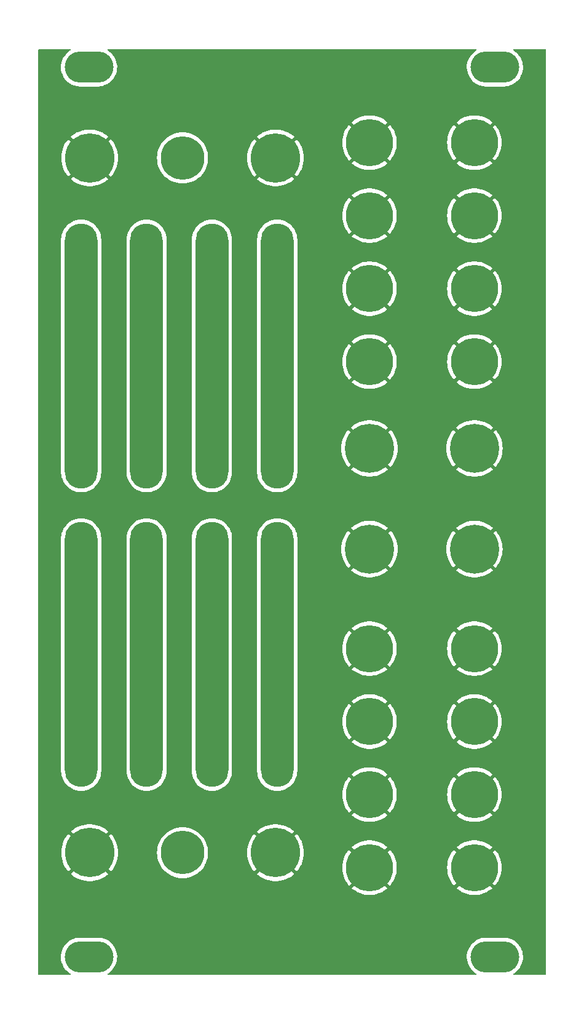
<source format=gbr>
%TF.GenerationSoftware,KiCad,Pcbnew,7.0.1-0*%
%TF.CreationDate,2024-01-08T18:47:45+13:00*%
%TF.ProjectId,MOL-panel,4d4f4c2d-7061-46e6-956c-2e6b69636164,rev?*%
%TF.SameCoordinates,Original*%
%TF.FileFunction,Copper,L2,Bot*%
%TF.FilePolarity,Positive*%
%FSLAX46Y46*%
G04 Gerber Fmt 4.6, Leading zero omitted, Abs format (unit mm)*
G04 Created by KiCad (PCBNEW 7.0.1-0) date 2024-01-08 18:47:45*
%MOMM*%
%LPD*%
G01*
G04 APERTURE LIST*
%TA.AperFunction,ComponentPad*%
%ADD10C,6.000000*%
%TD*%
%TA.AperFunction,ComponentPad*%
%ADD11C,6.500000*%
%TD*%
%TA.AperFunction,ComponentPad*%
%ADD12C,6.750000*%
%TD*%
%TA.AperFunction,ComponentPad*%
%ADD13C,6.800000*%
%TD*%
%TA.AperFunction,ComponentPad*%
%ADD14O,6.715000X4.302000*%
%TD*%
%TA.AperFunction,ComponentPad*%
%ADD15O,4.500000X36.500000*%
%TD*%
G04 APERTURE END LIST*
D10*
%TO.P,BH2,1,1*%
%TO.N,unconnected-(BH2-Pad1)*%
X216280000Y-137950000D03*
%TD*%
D11*
%TO.P,JH16,1,1*%
%TO.N,GND*%
X256480000Y-140000000D03*
%TD*%
%TO.P,JH7,1,1*%
%TO.N,GND*%
X256480000Y-109850000D03*
%TD*%
%TO.P,JH1,1,1*%
%TO.N,GND*%
X242030000Y-40200000D03*
%TD*%
%TO.P,JH4,1,1*%
%TO.N,GND*%
X242030000Y-129950000D03*
%TD*%
%TO.P,JH3,1,1*%
%TO.N,GND*%
X242030000Y-109850000D03*
%TD*%
D10*
%TO.P,BH1,1,1*%
%TO.N,unconnected-(BH1-Pad1)*%
X216280000Y-42300000D03*
%TD*%
D12*
%TO.P,PH10,1,1*%
%TO.N,GND*%
X256490000Y-82300000D03*
%TD*%
D11*
%TO.P,JH8,1,1*%
%TO.N,GND*%
X256480000Y-129950000D03*
%TD*%
D13*
%TO.P,SH3,1,1*%
%TO.N,GND*%
X203480000Y-137950000D03*
%TD*%
D11*
%TO.P,JH9,1,1*%
%TO.N,GND*%
X242030000Y-50250000D03*
%TD*%
%TO.P,JH13,1,1*%
%TO.N,GND*%
X256480000Y-50250000D03*
%TD*%
D14*
%TO.P,J20,1,Pin_1*%
%TO.N,unconnected-(J20-Pin_1-Pad1)*%
X259300000Y-29800000D03*
%TD*%
D15*
%TO.P,PH7,1,1*%
%TO.N,unconnected-(PH7-Pad1)*%
X220340000Y-110670000D03*
%TD*%
D12*
%TO.P,PH9,1,1*%
%TO.N,GND*%
X242030000Y-82300000D03*
%TD*%
D15*
%TO.P,PH5,1,1*%
%TO.N,unconnected-(PH5-Pad1)*%
X202320000Y-110670000D03*
%TD*%
D11*
%TO.P,JH15,1,1*%
%TO.N,GND*%
X256480000Y-119900000D03*
%TD*%
%TO.P,JH2,1,1*%
%TO.N,GND*%
X242030000Y-60300000D03*
%TD*%
%TO.P,JH14,1,1*%
%TO.N,GND*%
X256480000Y-70350000D03*
%TD*%
D14*
%TO.P,J19,1,Pin_1*%
%TO.N,unconnected-(J19-Pin_1-Pad1)*%
X203400000Y-29800000D03*
%TD*%
D15*
%TO.P,PH4,1,1*%
%TO.N,unconnected-(PH4-Pad1)*%
X229320000Y-69570000D03*
%TD*%
D11*
%TO.P,JH11,1,1*%
%TO.N,GND*%
X242030000Y-119900000D03*
%TD*%
D13*
%TO.P,SH2,1,1*%
%TO.N,GND*%
X229080000Y-42300000D03*
%TD*%
D11*
%TO.P,JH12,1,1*%
%TO.N,GND*%
X242030000Y-140000000D03*
%TD*%
%TO.P,JH10,1,1*%
%TO.N,GND*%
X242030000Y-70350000D03*
%TD*%
D15*
%TO.P,PH8,1,1*%
%TO.N,unconnected-(PH8-Pad1)*%
X229320000Y-110670000D03*
%TD*%
D13*
%TO.P,SH1,1,1*%
%TO.N,GND*%
X203480000Y-42300000D03*
%TD*%
D15*
%TO.P,PH2,1,1*%
%TO.N,unconnected-(PH2-Pad1)*%
X211330000Y-69570000D03*
%TD*%
D12*
%TO.P,PH11,1,1*%
%TO.N,GND*%
X242020000Y-96150000D03*
%TD*%
D13*
%TO.P,SH4,1,1*%
%TO.N,GND*%
X229080000Y-137950000D03*
%TD*%
D14*
%TO.P,J21,1,Pin_1*%
%TO.N,unconnected-(J21-Pin_1-Pad1)*%
X203400000Y-152300000D03*
%TD*%
D15*
%TO.P,PH6,1,1*%
%TO.N,unconnected-(PH6-Pad1)*%
X211330000Y-110670000D03*
%TD*%
%TO.P,PH1,1,1*%
%TO.N,unconnected-(PH1-Pad1)*%
X202320000Y-69570000D03*
%TD*%
D14*
%TO.P,J18,1,Pin_1*%
%TO.N,unconnected-(J18-Pin_1-Pad1)*%
X259300000Y-152300000D03*
%TD*%
D11*
%TO.P,JH6,1,1*%
%TO.N,GND*%
X256480000Y-60300000D03*
%TD*%
D15*
%TO.P,PH3,1,1*%
%TO.N,unconnected-(PH3-Pad1)*%
X220330000Y-69570000D03*
%TD*%
D11*
%TO.P,JH5,1,1*%
%TO.N,GND*%
X256480000Y-40200000D03*
%TD*%
D12*
%TO.P,PH12,1,1*%
%TO.N,GND*%
X256480000Y-96150000D03*
%TD*%
%TA.AperFunction,Conductor*%
%TO.N,GND*%
G36*
X200803919Y-27316733D02*
G01*
X200849197Y-27361182D01*
X200866561Y-27422209D01*
X200851464Y-27483835D01*
X200807860Y-27529927D01*
X200653990Y-27625198D01*
X200398401Y-27830871D01*
X200170024Y-28066393D01*
X199972320Y-28328195D01*
X199808287Y-28612307D01*
X199680414Y-28914422D01*
X199590634Y-29229964D01*
X199540312Y-29554143D01*
X199530209Y-29882053D01*
X199560480Y-30208721D01*
X199630663Y-30529190D01*
X199739697Y-30838604D01*
X199885928Y-31132276D01*
X200067140Y-31405753D01*
X200280586Y-31654888D01*
X200523028Y-31875902D01*
X200790793Y-32065449D01*
X201079822Y-32220655D01*
X201385733Y-32339165D01*
X201703889Y-32419185D01*
X201964352Y-32451436D01*
X202029467Y-32459500D01*
X202029468Y-32459500D01*
X204688438Y-32459500D01*
X204688442Y-32459500D01*
X204933942Y-32444358D01*
X205256421Y-32384076D01*
X205569048Y-32284623D01*
X205867083Y-32147505D01*
X206146010Y-31974801D01*
X206401598Y-31769129D01*
X206629975Y-31533608D01*
X206827679Y-31271806D01*
X206991711Y-30987694D01*
X207119586Y-30685577D01*
X207209365Y-30370036D01*
X207259687Y-30045854D01*
X207269790Y-29717945D01*
X207239520Y-29391280D01*
X207169336Y-29070810D01*
X207060302Y-28761394D01*
X206914071Y-28467723D01*
X206732860Y-28194247D01*
X206623320Y-28066392D01*
X206519413Y-27945111D01*
X206276971Y-27724097D01*
X206009210Y-27534552D01*
X206007704Y-27533744D01*
X206006623Y-27532721D01*
X206002965Y-27530132D01*
X206003334Y-27529610D01*
X205960543Y-27489125D01*
X205942392Y-27426789D01*
X205958229Y-27363827D01*
X206003711Y-27317496D01*
X206066371Y-27300500D01*
X256642582Y-27300500D01*
X256703919Y-27316733D01*
X256749197Y-27361182D01*
X256766561Y-27422209D01*
X256751464Y-27483835D01*
X256707860Y-27529927D01*
X256553990Y-27625198D01*
X256298401Y-27830871D01*
X256070024Y-28066393D01*
X255872320Y-28328195D01*
X255708287Y-28612307D01*
X255580414Y-28914422D01*
X255490634Y-29229964D01*
X255440312Y-29554143D01*
X255430209Y-29882053D01*
X255460480Y-30208721D01*
X255530663Y-30529190D01*
X255639697Y-30838604D01*
X255785928Y-31132276D01*
X255967140Y-31405753D01*
X256180586Y-31654888D01*
X256423028Y-31875902D01*
X256690793Y-32065449D01*
X256979822Y-32220655D01*
X257285733Y-32339165D01*
X257603889Y-32419185D01*
X257864352Y-32451436D01*
X257929467Y-32459500D01*
X257929468Y-32459500D01*
X260588438Y-32459500D01*
X260588442Y-32459500D01*
X260833942Y-32444358D01*
X261156421Y-32384076D01*
X261469048Y-32284623D01*
X261767083Y-32147505D01*
X262046010Y-31974801D01*
X262301598Y-31769129D01*
X262529975Y-31533608D01*
X262727679Y-31271806D01*
X262891711Y-30987694D01*
X263019586Y-30685577D01*
X263109365Y-30370036D01*
X263159687Y-30045854D01*
X263169790Y-29717945D01*
X263139520Y-29391280D01*
X263069336Y-29070810D01*
X262960302Y-28761394D01*
X262814071Y-28467723D01*
X262632860Y-28194247D01*
X262523320Y-28066392D01*
X262419413Y-27945111D01*
X262176971Y-27724097D01*
X261909210Y-27534552D01*
X261907704Y-27533744D01*
X261906623Y-27532721D01*
X261902965Y-27530132D01*
X261903334Y-27529610D01*
X261860543Y-27489125D01*
X261842392Y-27426789D01*
X261858229Y-27363827D01*
X261903711Y-27317496D01*
X261966371Y-27300500D01*
X266185500Y-27300500D01*
X266247500Y-27317113D01*
X266292887Y-27362500D01*
X266309500Y-27424500D01*
X266309500Y-154675500D01*
X266292887Y-154737500D01*
X266247500Y-154782887D01*
X266185500Y-154799500D01*
X261957418Y-154799500D01*
X261896081Y-154783267D01*
X261850803Y-154738818D01*
X261833439Y-154677791D01*
X261848536Y-154616165D01*
X261892140Y-154570073D01*
X261899611Y-154565447D01*
X262046010Y-154474801D01*
X262301598Y-154269129D01*
X262529975Y-154033608D01*
X262727679Y-153771806D01*
X262891711Y-153487694D01*
X263019586Y-153185577D01*
X263109365Y-152870036D01*
X263159687Y-152545854D01*
X263169790Y-152217945D01*
X263139520Y-151891280D01*
X263069336Y-151570810D01*
X262960302Y-151261394D01*
X262814071Y-150967723D01*
X262632860Y-150694247D01*
X262523320Y-150566392D01*
X262419413Y-150445111D01*
X262176971Y-150224097D01*
X261909207Y-150034551D01*
X261620183Y-149879347D01*
X261620178Y-149879345D01*
X261314267Y-149760835D01*
X260996111Y-149680815D01*
X260996108Y-149680814D01*
X260996106Y-149680814D01*
X260670533Y-149640500D01*
X260670532Y-149640500D01*
X258011558Y-149640500D01*
X257766058Y-149655642D01*
X257658564Y-149675736D01*
X257443577Y-149715924D01*
X257130952Y-149815376D01*
X257130952Y-149815377D01*
X256991914Y-149879345D01*
X256832913Y-149952497D01*
X256553993Y-150125196D01*
X256298401Y-150330871D01*
X256070024Y-150566393D01*
X255872320Y-150828195D01*
X255708287Y-151112307D01*
X255580414Y-151414422D01*
X255490634Y-151729964D01*
X255440312Y-152054143D01*
X255430209Y-152382053D01*
X255460480Y-152708721D01*
X255530663Y-153029190D01*
X255639697Y-153338604D01*
X255785928Y-153632276D01*
X255967140Y-153905753D01*
X256180586Y-154154888D01*
X256423028Y-154375902D01*
X256690789Y-154565447D01*
X256692296Y-154566256D01*
X256693376Y-154567278D01*
X256697035Y-154569868D01*
X256696665Y-154570389D01*
X256739457Y-154610875D01*
X256757608Y-154673211D01*
X256741771Y-154736173D01*
X256696289Y-154782504D01*
X256633629Y-154799500D01*
X206057418Y-154799500D01*
X205996081Y-154783267D01*
X205950803Y-154738818D01*
X205933439Y-154677791D01*
X205948536Y-154616165D01*
X205992140Y-154570073D01*
X205999611Y-154565447D01*
X206146010Y-154474801D01*
X206401598Y-154269129D01*
X206629975Y-154033608D01*
X206827679Y-153771806D01*
X206991711Y-153487694D01*
X207119586Y-153185577D01*
X207209365Y-152870036D01*
X207259687Y-152545854D01*
X207269790Y-152217945D01*
X207239520Y-151891280D01*
X207169336Y-151570810D01*
X207060302Y-151261394D01*
X206914071Y-150967723D01*
X206732860Y-150694247D01*
X206623320Y-150566392D01*
X206519413Y-150445111D01*
X206276971Y-150224097D01*
X206009207Y-150034551D01*
X205720183Y-149879347D01*
X205720178Y-149879345D01*
X205414267Y-149760835D01*
X205096111Y-149680815D01*
X205096108Y-149680814D01*
X205096106Y-149680814D01*
X204770533Y-149640500D01*
X204770532Y-149640500D01*
X202111558Y-149640500D01*
X201866058Y-149655642D01*
X201758564Y-149675736D01*
X201543577Y-149715924D01*
X201230952Y-149815376D01*
X201230952Y-149815377D01*
X201091914Y-149879345D01*
X200932913Y-149952497D01*
X200653993Y-150125196D01*
X200398401Y-150330871D01*
X200170024Y-150566393D01*
X199972320Y-150828195D01*
X199808287Y-151112307D01*
X199680414Y-151414422D01*
X199590634Y-151729964D01*
X199540312Y-152054143D01*
X199530209Y-152382053D01*
X199560480Y-152708721D01*
X199630663Y-153029190D01*
X199739697Y-153338604D01*
X199885928Y-153632276D01*
X200067140Y-153905753D01*
X200280586Y-154154888D01*
X200523028Y-154375902D01*
X200790789Y-154565447D01*
X200792296Y-154566256D01*
X200793376Y-154567278D01*
X200797035Y-154569868D01*
X200796665Y-154570389D01*
X200839457Y-154610875D01*
X200857608Y-154673211D01*
X200841771Y-154736173D01*
X200796289Y-154782504D01*
X200733629Y-154799500D01*
X196554500Y-154799500D01*
X196492500Y-154782887D01*
X196447113Y-154737500D01*
X196430500Y-154675500D01*
X196430500Y-142822641D01*
X239560909Y-142822641D01*
X239731650Y-142969218D01*
X240043838Y-143186507D01*
X240376396Y-143371092D01*
X240725936Y-143521091D01*
X241088839Y-143634952D01*
X241461416Y-143711520D01*
X241839824Y-143750000D01*
X242220176Y-143750000D01*
X242598583Y-143711520D01*
X242971160Y-143634952D01*
X243334063Y-143521091D01*
X243683603Y-143371092D01*
X244016161Y-143186507D01*
X244328343Y-142969222D01*
X244499088Y-142822641D01*
X254010909Y-142822641D01*
X254181650Y-142969218D01*
X254493838Y-143186507D01*
X254826396Y-143371092D01*
X255175936Y-143521091D01*
X255538839Y-143634952D01*
X255911416Y-143711520D01*
X256289824Y-143750000D01*
X256670176Y-143750000D01*
X257048583Y-143711520D01*
X257421160Y-143634952D01*
X257784063Y-143521091D01*
X258133603Y-143371092D01*
X258466161Y-143186507D01*
X258778343Y-142969222D01*
X258949088Y-142822641D01*
X256480000Y-140353553D01*
X254010909Y-142822641D01*
X244499088Y-142822641D01*
X242030000Y-140353553D01*
X239560909Y-142822641D01*
X196430500Y-142822641D01*
X196430500Y-140879014D01*
X200904536Y-140879014D01*
X201089716Y-141037987D01*
X201414387Y-141263964D01*
X201760257Y-141455938D01*
X202123773Y-141611934D01*
X202501193Y-141730351D01*
X202888673Y-141809981D01*
X203282216Y-141850000D01*
X203677784Y-141850000D01*
X204071326Y-141809981D01*
X204458806Y-141730351D01*
X204836226Y-141611934D01*
X205199742Y-141455938D01*
X205545612Y-141263964D01*
X205870277Y-141037991D01*
X206055462Y-140879014D01*
X203480000Y-138303553D01*
X200904536Y-140879014D01*
X196430500Y-140879014D01*
X196430500Y-137950000D01*
X199574988Y-137950000D01*
X199595023Y-138345066D01*
X199654922Y-138736067D01*
X199754077Y-139119023D01*
X199891457Y-139489959D01*
X200065666Y-139845109D01*
X200274912Y-140180813D01*
X200517039Y-140493616D01*
X200549100Y-140527345D01*
X200549101Y-140527345D01*
X203126447Y-137950001D01*
X203833553Y-137950001D01*
X206410897Y-140527345D01*
X206410898Y-140527344D01*
X206442960Y-140493616D01*
X206685087Y-140180813D01*
X206894333Y-139845109D01*
X207068542Y-139489959D01*
X207205922Y-139119023D01*
X207305077Y-138736067D01*
X207364976Y-138345066D01*
X207385011Y-137950000D01*
X212766685Y-137950000D01*
X212785931Y-138317243D01*
X212843457Y-138680452D01*
X212938639Y-139035675D01*
X213070426Y-139378993D01*
X213237381Y-139706662D01*
X213437665Y-140015071D01*
X213437668Y-140015075D01*
X213669098Y-140300867D01*
X213929133Y-140560902D01*
X214214925Y-140792332D01*
X214214927Y-140792333D01*
X214214928Y-140792334D01*
X214523337Y-140992618D01*
X214781290Y-141124051D01*
X214851006Y-141159573D01*
X215194326Y-141291361D01*
X215549541Y-141386541D01*
X215912759Y-141444069D01*
X216280000Y-141463315D01*
X216647241Y-141444069D01*
X217010459Y-141386541D01*
X217365674Y-141291361D01*
X217708994Y-141159573D01*
X218036658Y-140992620D01*
X218036657Y-140992620D01*
X218036662Y-140992618D01*
X218211596Y-140879014D01*
X226504536Y-140879014D01*
X226689716Y-141037987D01*
X227014387Y-141263964D01*
X227360257Y-141455938D01*
X227723773Y-141611934D01*
X228101193Y-141730351D01*
X228488673Y-141809981D01*
X228882216Y-141850000D01*
X229277784Y-141850000D01*
X229671326Y-141809981D01*
X230058806Y-141730351D01*
X230436226Y-141611934D01*
X230799742Y-141455938D01*
X231145612Y-141263964D01*
X231470277Y-141037991D01*
X231655462Y-140879014D01*
X229080000Y-138303553D01*
X226504536Y-140879014D01*
X218211596Y-140879014D01*
X218345075Y-140792332D01*
X218630867Y-140560902D01*
X218890902Y-140300867D01*
X219122332Y-140015075D01*
X219232709Y-139845109D01*
X219322618Y-139706662D01*
X219366709Y-139620128D01*
X219489573Y-139378994D01*
X219621361Y-139035674D01*
X219716541Y-138680459D01*
X219774069Y-138317241D01*
X219793315Y-137950000D01*
X225174988Y-137950000D01*
X225195023Y-138345066D01*
X225254922Y-138736067D01*
X225354077Y-139119023D01*
X225491457Y-139489959D01*
X225665666Y-139845109D01*
X225874912Y-140180813D01*
X226117039Y-140493616D01*
X226149100Y-140527345D01*
X226149101Y-140527345D01*
X228726447Y-137950001D01*
X229433553Y-137950001D01*
X232010897Y-140527345D01*
X232010898Y-140527344D01*
X232042960Y-140493616D01*
X232285087Y-140180813D01*
X232397789Y-139999999D01*
X238275181Y-139999999D01*
X238294446Y-140379871D01*
X238352042Y-140755844D01*
X238447378Y-141124051D01*
X238579478Y-141480730D01*
X238746987Y-141822220D01*
X238948185Y-142145013D01*
X239181000Y-142445784D01*
X239205201Y-142471244D01*
X239205202Y-142471245D01*
X241676447Y-140000001D01*
X242383553Y-140000001D01*
X244854797Y-142471244D01*
X244879004Y-142445779D01*
X245111814Y-142145013D01*
X245313012Y-141822220D01*
X245480521Y-141480730D01*
X245612621Y-141124051D01*
X245707957Y-140755844D01*
X245765553Y-140379871D01*
X245784818Y-139999999D01*
X252725181Y-139999999D01*
X252744446Y-140379871D01*
X252802042Y-140755844D01*
X252897378Y-141124051D01*
X253029478Y-141480730D01*
X253196987Y-141822220D01*
X253398185Y-142145013D01*
X253631000Y-142445784D01*
X253655201Y-142471244D01*
X253655202Y-142471245D01*
X256126447Y-140000001D01*
X256833553Y-140000001D01*
X259304797Y-142471244D01*
X259329004Y-142445779D01*
X259561814Y-142145013D01*
X259763012Y-141822220D01*
X259930521Y-141480730D01*
X260062621Y-141124051D01*
X260157957Y-140755844D01*
X260215553Y-140379871D01*
X260234818Y-139999999D01*
X260215553Y-139620128D01*
X260157957Y-139244155D01*
X260062621Y-138875948D01*
X259930521Y-138519269D01*
X259763012Y-138177779D01*
X259561814Y-137854986D01*
X259328999Y-137554215D01*
X259304797Y-137528754D01*
X259304797Y-137528753D01*
X256833553Y-140000000D01*
X256833553Y-140000001D01*
X256126447Y-140000001D01*
X256126447Y-140000000D01*
X253655201Y-137528754D01*
X253630999Y-137554215D01*
X253398185Y-137854986D01*
X253196987Y-138177779D01*
X253029478Y-138519269D01*
X252897378Y-138875948D01*
X252802042Y-139244155D01*
X252744446Y-139620128D01*
X252725181Y-139999999D01*
X245784818Y-139999999D01*
X245765553Y-139620128D01*
X245707957Y-139244155D01*
X245612621Y-138875948D01*
X245480521Y-138519269D01*
X245313012Y-138177779D01*
X245111814Y-137854986D01*
X244878999Y-137554215D01*
X244854797Y-137528754D01*
X244854797Y-137528753D01*
X242383553Y-140000000D01*
X242383553Y-140000001D01*
X241676447Y-140000001D01*
X241676447Y-140000000D01*
X239205201Y-137528754D01*
X239180999Y-137554215D01*
X238948185Y-137854986D01*
X238746987Y-138177779D01*
X238579478Y-138519269D01*
X238447378Y-138875948D01*
X238352042Y-139244155D01*
X238294446Y-139620128D01*
X238275181Y-139999999D01*
X232397789Y-139999999D01*
X232494333Y-139845109D01*
X232668542Y-139489959D01*
X232805922Y-139119023D01*
X232905077Y-138736067D01*
X232964976Y-138345066D01*
X232985011Y-137950000D01*
X232964976Y-137554933D01*
X232907134Y-137177357D01*
X239560909Y-137177357D01*
X242030000Y-139646447D01*
X242030001Y-139646447D01*
X244499089Y-137177357D01*
X254010909Y-137177357D01*
X256480000Y-139646447D01*
X256480001Y-139646447D01*
X258949089Y-137177357D01*
X258778349Y-137030781D01*
X258466161Y-136813492D01*
X258133603Y-136628907D01*
X257784063Y-136478908D01*
X257421160Y-136365047D01*
X257048583Y-136288479D01*
X256670176Y-136250000D01*
X256289824Y-136250000D01*
X255911416Y-136288479D01*
X255538839Y-136365047D01*
X255175936Y-136478908D01*
X254826396Y-136628907D01*
X254493838Y-136813492D01*
X254181650Y-137030781D01*
X254010909Y-137177357D01*
X244499089Y-137177357D01*
X244328349Y-137030781D01*
X244016161Y-136813492D01*
X243683603Y-136628907D01*
X243334063Y-136478908D01*
X242971160Y-136365047D01*
X242598583Y-136288479D01*
X242220176Y-136250000D01*
X241839824Y-136250000D01*
X241461416Y-136288479D01*
X241088839Y-136365047D01*
X240725936Y-136478908D01*
X240376396Y-136628907D01*
X240043838Y-136813492D01*
X239731650Y-137030781D01*
X239560909Y-137177357D01*
X232907134Y-137177357D01*
X232905077Y-137163932D01*
X232805922Y-136780976D01*
X232668542Y-136410040D01*
X232494333Y-136054890D01*
X232285087Y-135719186D01*
X232042960Y-135406383D01*
X232010898Y-135372653D01*
X229433553Y-137950000D01*
X229433553Y-137950001D01*
X228726447Y-137950001D01*
X228726447Y-137950000D01*
X226149101Y-135372653D01*
X226149101Y-135372654D01*
X226117039Y-135406384D01*
X225874912Y-135719186D01*
X225665666Y-136054890D01*
X225491457Y-136410040D01*
X225354077Y-136780976D01*
X225254922Y-137163932D01*
X225195023Y-137554933D01*
X225174988Y-137950000D01*
X219793315Y-137950000D01*
X219774069Y-137582759D01*
X219716541Y-137219541D01*
X219621361Y-136864326D01*
X219489573Y-136521006D01*
X219410108Y-136365047D01*
X219322618Y-136193338D01*
X219122334Y-135884928D01*
X219122332Y-135884925D01*
X218890902Y-135599133D01*
X218630867Y-135339098D01*
X218345075Y-135107668D01*
X218345073Y-135107667D01*
X218345071Y-135107665D01*
X218211595Y-135020984D01*
X226504536Y-135020984D01*
X229080000Y-137596447D01*
X229080001Y-137596447D01*
X231655462Y-135020984D01*
X231470283Y-134862012D01*
X231145612Y-134636035D01*
X230799742Y-134444061D01*
X230436226Y-134288065D01*
X230058806Y-134169648D01*
X229671326Y-134090018D01*
X229277784Y-134050000D01*
X228882216Y-134050000D01*
X228488673Y-134090018D01*
X228101193Y-134169648D01*
X227723773Y-134288065D01*
X227360257Y-134444061D01*
X227014387Y-134636035D01*
X226689716Y-134862012D01*
X226504536Y-135020984D01*
X218211595Y-135020984D01*
X218036662Y-134907381D01*
X217708993Y-134740426D01*
X217365675Y-134608639D01*
X217010452Y-134513457D01*
X216647243Y-134455931D01*
X216280000Y-134436685D01*
X215912756Y-134455931D01*
X215549547Y-134513457D01*
X215194324Y-134608639D01*
X214851006Y-134740426D01*
X214523338Y-134907381D01*
X214214928Y-135107665D01*
X213929129Y-135339101D01*
X213669101Y-135599129D01*
X213437665Y-135884928D01*
X213237381Y-136193338D01*
X213070426Y-136521006D01*
X212938639Y-136864324D01*
X212843457Y-137219547D01*
X212785931Y-137582756D01*
X212766685Y-137950000D01*
X207385011Y-137950000D01*
X207364976Y-137554933D01*
X207305077Y-137163932D01*
X207205922Y-136780976D01*
X207068542Y-136410040D01*
X206894333Y-136054890D01*
X206685087Y-135719186D01*
X206442960Y-135406383D01*
X206410898Y-135372653D01*
X203833553Y-137950000D01*
X203833553Y-137950001D01*
X203126447Y-137950001D01*
X203126447Y-137950000D01*
X200549101Y-135372653D01*
X200549101Y-135372654D01*
X200517039Y-135406384D01*
X200274912Y-135719186D01*
X200065666Y-136054890D01*
X199891457Y-136410040D01*
X199754077Y-136780976D01*
X199654922Y-137163932D01*
X199595023Y-137554933D01*
X199574988Y-137950000D01*
X196430500Y-137950000D01*
X196430500Y-135020984D01*
X200904536Y-135020984D01*
X203480000Y-137596447D01*
X203480001Y-137596447D01*
X206055462Y-135020984D01*
X205870283Y-134862012D01*
X205545612Y-134636035D01*
X205199742Y-134444061D01*
X204836226Y-134288065D01*
X204458806Y-134169648D01*
X204071326Y-134090018D01*
X203677784Y-134050000D01*
X203282216Y-134050000D01*
X202888673Y-134090018D01*
X202501193Y-134169648D01*
X202123773Y-134288065D01*
X201760257Y-134444061D01*
X201414387Y-134636035D01*
X201089716Y-134862012D01*
X200904536Y-135020984D01*
X196430500Y-135020984D01*
X196430500Y-132772641D01*
X239560909Y-132772641D01*
X239731650Y-132919218D01*
X240043838Y-133136507D01*
X240376396Y-133321092D01*
X240725936Y-133471091D01*
X241088839Y-133584952D01*
X241461416Y-133661520D01*
X241839824Y-133700000D01*
X242220176Y-133700000D01*
X242598583Y-133661520D01*
X242971160Y-133584952D01*
X243334063Y-133471091D01*
X243683603Y-133321092D01*
X244016161Y-133136507D01*
X244328343Y-132919222D01*
X244499088Y-132772641D01*
X254010909Y-132772641D01*
X254181650Y-132919218D01*
X254493838Y-133136507D01*
X254826396Y-133321092D01*
X255175936Y-133471091D01*
X255538839Y-133584952D01*
X255911416Y-133661520D01*
X256289824Y-133700000D01*
X256670176Y-133700000D01*
X257048583Y-133661520D01*
X257421160Y-133584952D01*
X257784063Y-133471091D01*
X258133603Y-133321092D01*
X258466161Y-133136507D01*
X258778343Y-132919222D01*
X258949088Y-132772641D01*
X256480000Y-130303553D01*
X254010909Y-132772641D01*
X244499088Y-132772641D01*
X242030000Y-130303553D01*
X239560909Y-132772641D01*
X196430500Y-132772641D01*
X196430500Y-129950000D01*
X238275181Y-129950000D01*
X238294446Y-130329871D01*
X238352042Y-130705844D01*
X238447378Y-131074051D01*
X238579478Y-131430730D01*
X238746987Y-131772220D01*
X238948185Y-132095013D01*
X239181000Y-132395784D01*
X239205201Y-132421244D01*
X239205202Y-132421245D01*
X241676447Y-129950001D01*
X242383553Y-129950001D01*
X244854797Y-132421244D01*
X244879004Y-132395779D01*
X245111814Y-132095013D01*
X245313012Y-131772220D01*
X245480521Y-131430730D01*
X245612621Y-131074051D01*
X245707957Y-130705844D01*
X245765553Y-130329871D01*
X245784818Y-129950000D01*
X252725181Y-129950000D01*
X252744446Y-130329871D01*
X252802042Y-130705844D01*
X252897378Y-131074051D01*
X253029478Y-131430730D01*
X253196987Y-131772220D01*
X253398185Y-132095013D01*
X253631000Y-132395784D01*
X253655201Y-132421244D01*
X253655202Y-132421245D01*
X256126447Y-129950001D01*
X256833553Y-129950001D01*
X259304797Y-132421244D01*
X259329004Y-132395779D01*
X259561814Y-132095013D01*
X259763012Y-131772220D01*
X259930521Y-131430730D01*
X260062621Y-131074051D01*
X260157957Y-130705844D01*
X260215553Y-130329871D01*
X260234818Y-129950000D01*
X260215553Y-129570128D01*
X260157957Y-129194155D01*
X260062621Y-128825948D01*
X259930521Y-128469269D01*
X259763012Y-128127779D01*
X259561814Y-127804986D01*
X259328999Y-127504215D01*
X259304797Y-127478754D01*
X259304797Y-127478753D01*
X256833553Y-129950000D01*
X256833553Y-129950001D01*
X256126447Y-129950001D01*
X256126447Y-129950000D01*
X253655201Y-127478754D01*
X253630999Y-127504215D01*
X253398185Y-127804986D01*
X253196987Y-128127779D01*
X253029478Y-128469269D01*
X252897378Y-128825948D01*
X252802042Y-129194155D01*
X252744446Y-129570128D01*
X252725181Y-129950000D01*
X245784818Y-129950000D01*
X245765553Y-129570128D01*
X245707957Y-129194155D01*
X245612621Y-128825948D01*
X245480521Y-128469269D01*
X245313012Y-128127779D01*
X245111814Y-127804986D01*
X244878999Y-127504215D01*
X244854797Y-127478754D01*
X244854797Y-127478753D01*
X242383553Y-129950000D01*
X242383553Y-129950001D01*
X241676447Y-129950001D01*
X241676447Y-129950000D01*
X239205201Y-127478754D01*
X239180999Y-127504215D01*
X238948185Y-127804986D01*
X238746987Y-128127779D01*
X238579478Y-128469269D01*
X238447378Y-128825948D01*
X238352042Y-129194155D01*
X238294446Y-129570128D01*
X238275181Y-129950000D01*
X196430500Y-129950000D01*
X196430500Y-126753356D01*
X199561500Y-126753356D01*
X199576607Y-127003108D01*
X199636763Y-127331364D01*
X199736040Y-127649958D01*
X199736042Y-127649963D01*
X199736043Y-127649965D01*
X199873005Y-127954282D01*
X200045650Y-128239871D01*
X200251459Y-128502567D01*
X200487433Y-128738541D01*
X200750129Y-128944350D01*
X201035718Y-129116995D01*
X201340035Y-129253957D01*
X201658641Y-129353238D01*
X201986892Y-129413393D01*
X202320000Y-129433542D01*
X202653108Y-129413393D01*
X202981359Y-129353238D01*
X203299965Y-129253957D01*
X203604282Y-129116995D01*
X203889871Y-128944350D01*
X204152567Y-128738541D01*
X204388541Y-128502567D01*
X204594350Y-128239871D01*
X204766995Y-127954282D01*
X204903957Y-127649965D01*
X205003238Y-127331359D01*
X205063393Y-127003108D01*
X205078500Y-126753356D01*
X208571500Y-126753356D01*
X208586607Y-127003108D01*
X208646763Y-127331364D01*
X208746040Y-127649958D01*
X208746042Y-127649963D01*
X208746043Y-127649965D01*
X208883005Y-127954282D01*
X209055650Y-128239871D01*
X209261459Y-128502567D01*
X209497433Y-128738541D01*
X209760129Y-128944350D01*
X210045718Y-129116995D01*
X210350035Y-129253957D01*
X210668641Y-129353238D01*
X210996892Y-129413393D01*
X211330000Y-129433542D01*
X211663108Y-129413393D01*
X211991359Y-129353238D01*
X212309965Y-129253957D01*
X212614282Y-129116995D01*
X212899871Y-128944350D01*
X213162567Y-128738541D01*
X213398541Y-128502567D01*
X213604350Y-128239871D01*
X213776995Y-127954282D01*
X213913957Y-127649965D01*
X214013238Y-127331359D01*
X214073393Y-127003108D01*
X214088500Y-126753356D01*
X217581500Y-126753356D01*
X217596607Y-127003108D01*
X217656763Y-127331364D01*
X217756040Y-127649958D01*
X217756042Y-127649963D01*
X217756043Y-127649965D01*
X217893005Y-127954282D01*
X218065650Y-128239871D01*
X218271459Y-128502567D01*
X218507433Y-128738541D01*
X218770129Y-128944350D01*
X219055718Y-129116995D01*
X219360035Y-129253957D01*
X219678641Y-129353238D01*
X220006892Y-129413393D01*
X220340000Y-129433542D01*
X220673108Y-129413393D01*
X221001359Y-129353238D01*
X221319965Y-129253957D01*
X221624282Y-129116995D01*
X221909871Y-128944350D01*
X222172567Y-128738541D01*
X222408541Y-128502567D01*
X222614350Y-128239871D01*
X222786995Y-127954282D01*
X222923957Y-127649965D01*
X223023238Y-127331359D01*
X223083393Y-127003108D01*
X223098500Y-126753356D01*
X226561500Y-126753356D01*
X226576607Y-127003108D01*
X226636763Y-127331364D01*
X226736040Y-127649958D01*
X226736042Y-127649963D01*
X226736043Y-127649965D01*
X226873005Y-127954282D01*
X227045650Y-128239871D01*
X227251459Y-128502567D01*
X227487433Y-128738541D01*
X227750129Y-128944350D01*
X228035718Y-129116995D01*
X228340035Y-129253957D01*
X228658641Y-129353238D01*
X228986892Y-129413393D01*
X229320000Y-129433542D01*
X229653108Y-129413393D01*
X229981359Y-129353238D01*
X230299965Y-129253957D01*
X230604282Y-129116995D01*
X230889871Y-128944350D01*
X231152567Y-128738541D01*
X231388541Y-128502567D01*
X231594350Y-128239871D01*
X231766995Y-127954282D01*
X231903957Y-127649965D01*
X232003238Y-127331359D01*
X232040623Y-127127357D01*
X239560909Y-127127357D01*
X242030000Y-129596447D01*
X242030001Y-129596447D01*
X244499089Y-127127357D01*
X254010909Y-127127357D01*
X256480000Y-129596447D01*
X256480001Y-129596447D01*
X258949089Y-127127357D01*
X258778349Y-126980781D01*
X258466161Y-126763492D01*
X258133603Y-126578907D01*
X257784063Y-126428908D01*
X257421160Y-126315047D01*
X257048583Y-126238479D01*
X256670176Y-126200000D01*
X256289824Y-126200000D01*
X255911416Y-126238479D01*
X255538839Y-126315047D01*
X255175936Y-126428908D01*
X254826396Y-126578907D01*
X254493838Y-126763492D01*
X254181650Y-126980781D01*
X254010909Y-127127357D01*
X244499089Y-127127357D01*
X244328349Y-126980781D01*
X244016161Y-126763492D01*
X243683603Y-126578907D01*
X243334063Y-126428908D01*
X242971160Y-126315047D01*
X242598583Y-126238479D01*
X242220176Y-126200000D01*
X241839824Y-126200000D01*
X241461416Y-126238479D01*
X241088839Y-126315047D01*
X240725936Y-126428908D01*
X240376396Y-126578907D01*
X240043838Y-126763492D01*
X239731650Y-126980781D01*
X239560909Y-127127357D01*
X232040623Y-127127357D01*
X232063393Y-127003108D01*
X232078500Y-126753356D01*
X232078500Y-122722641D01*
X239560909Y-122722641D01*
X239731650Y-122869218D01*
X240043838Y-123086507D01*
X240376396Y-123271092D01*
X240725936Y-123421091D01*
X241088839Y-123534952D01*
X241461416Y-123611520D01*
X241839824Y-123650000D01*
X242220176Y-123650000D01*
X242598583Y-123611520D01*
X242971160Y-123534952D01*
X243334063Y-123421091D01*
X243683603Y-123271092D01*
X244016161Y-123086507D01*
X244328343Y-122869222D01*
X244499088Y-122722641D01*
X254010909Y-122722641D01*
X254181650Y-122869218D01*
X254493838Y-123086507D01*
X254826396Y-123271092D01*
X255175936Y-123421091D01*
X255538839Y-123534952D01*
X255911416Y-123611520D01*
X256289824Y-123650000D01*
X256670176Y-123650000D01*
X257048583Y-123611520D01*
X257421160Y-123534952D01*
X257784063Y-123421091D01*
X258133603Y-123271092D01*
X258466161Y-123086507D01*
X258778343Y-122869222D01*
X258949088Y-122722641D01*
X256480000Y-120253553D01*
X254010909Y-122722641D01*
X244499088Y-122722641D01*
X242030000Y-120253553D01*
X239560909Y-122722641D01*
X232078500Y-122722641D01*
X232078500Y-119900000D01*
X238275181Y-119900000D01*
X238294446Y-120279871D01*
X238352042Y-120655844D01*
X238447378Y-121024051D01*
X238579478Y-121380730D01*
X238746987Y-121722220D01*
X238948185Y-122045013D01*
X239181000Y-122345784D01*
X239205201Y-122371244D01*
X239205202Y-122371245D01*
X241676447Y-119900001D01*
X242383553Y-119900001D01*
X244854797Y-122371244D01*
X244879004Y-122345779D01*
X245111814Y-122045013D01*
X245313012Y-121722220D01*
X245480521Y-121380730D01*
X245612621Y-121024051D01*
X245707957Y-120655844D01*
X245765553Y-120279871D01*
X245784818Y-119900000D01*
X252725181Y-119900000D01*
X252744446Y-120279871D01*
X252802042Y-120655844D01*
X252897378Y-121024051D01*
X253029478Y-121380730D01*
X253196987Y-121722220D01*
X253398185Y-122045013D01*
X253631000Y-122345784D01*
X253655201Y-122371244D01*
X253655202Y-122371245D01*
X256126447Y-119900001D01*
X256833553Y-119900001D01*
X259304797Y-122371244D01*
X259329004Y-122345779D01*
X259561814Y-122045013D01*
X259763012Y-121722220D01*
X259930521Y-121380730D01*
X260062621Y-121024051D01*
X260157957Y-120655844D01*
X260215553Y-120279871D01*
X260234818Y-119900000D01*
X260215553Y-119520128D01*
X260157957Y-119144155D01*
X260062621Y-118775948D01*
X259930521Y-118419269D01*
X259763012Y-118077779D01*
X259561814Y-117754986D01*
X259328999Y-117454215D01*
X259304797Y-117428754D01*
X259304797Y-117428753D01*
X256833553Y-119900000D01*
X256833553Y-119900001D01*
X256126447Y-119900001D01*
X256126447Y-119900000D01*
X253655201Y-117428754D01*
X253630999Y-117454215D01*
X253398185Y-117754986D01*
X253196987Y-118077779D01*
X253029478Y-118419269D01*
X252897378Y-118775948D01*
X252802042Y-119144155D01*
X252744446Y-119520128D01*
X252725181Y-119900000D01*
X245784818Y-119900000D01*
X245765553Y-119520128D01*
X245707957Y-119144155D01*
X245612621Y-118775948D01*
X245480521Y-118419269D01*
X245313012Y-118077779D01*
X245111814Y-117754986D01*
X244878999Y-117454215D01*
X244854797Y-117428754D01*
X244854797Y-117428753D01*
X242383553Y-119900000D01*
X242383553Y-119900001D01*
X241676447Y-119900001D01*
X241676447Y-119900000D01*
X239205201Y-117428754D01*
X239180999Y-117454215D01*
X238948185Y-117754986D01*
X238746987Y-118077779D01*
X238579478Y-118419269D01*
X238447378Y-118775948D01*
X238352042Y-119144155D01*
X238294446Y-119520128D01*
X238275181Y-119900000D01*
X232078500Y-119900000D01*
X232078500Y-117077357D01*
X239560909Y-117077357D01*
X242030000Y-119546447D01*
X242030001Y-119546447D01*
X244499089Y-117077357D01*
X254010909Y-117077357D01*
X256480000Y-119546447D01*
X256480001Y-119546447D01*
X258949089Y-117077357D01*
X258778349Y-116930781D01*
X258466161Y-116713492D01*
X258133603Y-116528907D01*
X257784063Y-116378908D01*
X257421160Y-116265047D01*
X257048583Y-116188479D01*
X256670176Y-116150000D01*
X256289824Y-116150000D01*
X255911416Y-116188479D01*
X255538839Y-116265047D01*
X255175936Y-116378908D01*
X254826396Y-116528907D01*
X254493838Y-116713492D01*
X254181650Y-116930781D01*
X254010909Y-117077357D01*
X244499089Y-117077357D01*
X244328349Y-116930781D01*
X244016161Y-116713492D01*
X243683603Y-116528907D01*
X243334063Y-116378908D01*
X242971160Y-116265047D01*
X242598583Y-116188479D01*
X242220176Y-116150000D01*
X241839824Y-116150000D01*
X241461416Y-116188479D01*
X241088839Y-116265047D01*
X240725936Y-116378908D01*
X240376396Y-116528907D01*
X240043838Y-116713492D01*
X239731650Y-116930781D01*
X239560909Y-117077357D01*
X232078500Y-117077357D01*
X232078500Y-112672641D01*
X239560909Y-112672641D01*
X239731650Y-112819218D01*
X240043838Y-113036507D01*
X240376396Y-113221092D01*
X240725936Y-113371091D01*
X241088839Y-113484952D01*
X241461416Y-113561520D01*
X241839824Y-113600000D01*
X242220176Y-113600000D01*
X242598583Y-113561520D01*
X242971160Y-113484952D01*
X243334063Y-113371091D01*
X243683603Y-113221092D01*
X244016161Y-113036507D01*
X244328343Y-112819222D01*
X244499088Y-112672641D01*
X254010909Y-112672641D01*
X254181650Y-112819218D01*
X254493838Y-113036507D01*
X254826396Y-113221092D01*
X255175936Y-113371091D01*
X255538839Y-113484952D01*
X255911416Y-113561520D01*
X256289824Y-113600000D01*
X256670176Y-113600000D01*
X257048583Y-113561520D01*
X257421160Y-113484952D01*
X257784063Y-113371091D01*
X258133603Y-113221092D01*
X258466161Y-113036507D01*
X258778343Y-112819222D01*
X258949088Y-112672641D01*
X256480000Y-110203553D01*
X254010909Y-112672641D01*
X244499088Y-112672641D01*
X242030000Y-110203553D01*
X239560909Y-112672641D01*
X232078500Y-112672641D01*
X232078500Y-109850000D01*
X238275181Y-109850000D01*
X238294446Y-110229871D01*
X238352042Y-110605844D01*
X238447378Y-110974051D01*
X238579478Y-111330730D01*
X238746987Y-111672220D01*
X238948185Y-111995013D01*
X239181000Y-112295784D01*
X239205201Y-112321244D01*
X239205202Y-112321245D01*
X241676447Y-109850001D01*
X242383553Y-109850001D01*
X244854797Y-112321244D01*
X244879004Y-112295779D01*
X245111814Y-111995013D01*
X245313012Y-111672220D01*
X245480521Y-111330730D01*
X245612621Y-110974051D01*
X245707957Y-110605844D01*
X245765553Y-110229871D01*
X245784818Y-109850000D01*
X252725181Y-109850000D01*
X252744446Y-110229871D01*
X252802042Y-110605844D01*
X252897378Y-110974051D01*
X253029478Y-111330730D01*
X253196987Y-111672220D01*
X253398185Y-111995013D01*
X253631000Y-112295784D01*
X253655201Y-112321244D01*
X253655202Y-112321245D01*
X256126447Y-109850001D01*
X256833553Y-109850001D01*
X259304797Y-112321244D01*
X259329004Y-112295779D01*
X259561814Y-111995013D01*
X259763012Y-111672220D01*
X259930521Y-111330730D01*
X260062621Y-110974051D01*
X260157957Y-110605844D01*
X260215553Y-110229871D01*
X260234818Y-109850000D01*
X260215553Y-109470128D01*
X260157957Y-109094155D01*
X260062621Y-108725948D01*
X259930521Y-108369269D01*
X259763012Y-108027779D01*
X259561814Y-107704986D01*
X259328999Y-107404215D01*
X259304797Y-107378754D01*
X259304797Y-107378753D01*
X256833553Y-109850000D01*
X256833553Y-109850001D01*
X256126447Y-109850001D01*
X256126447Y-109850000D01*
X253655201Y-107378754D01*
X253630999Y-107404215D01*
X253398185Y-107704986D01*
X253196987Y-108027779D01*
X253029478Y-108369269D01*
X252897378Y-108725948D01*
X252802042Y-109094155D01*
X252744446Y-109470128D01*
X252725181Y-109850000D01*
X245784818Y-109850000D01*
X245765553Y-109470128D01*
X245707957Y-109094155D01*
X245612621Y-108725948D01*
X245480521Y-108369269D01*
X245313012Y-108027779D01*
X245111814Y-107704986D01*
X244878999Y-107404215D01*
X244854797Y-107378754D01*
X244854797Y-107378753D01*
X242383553Y-109850000D01*
X242383553Y-109850001D01*
X241676447Y-109850001D01*
X241676447Y-109850000D01*
X239205201Y-107378754D01*
X239180999Y-107404215D01*
X238948185Y-107704986D01*
X238746987Y-108027779D01*
X238579478Y-108369269D01*
X238447378Y-108725948D01*
X238352042Y-109094155D01*
X238294446Y-109470128D01*
X238275181Y-109850000D01*
X232078500Y-109850000D01*
X232078500Y-107027357D01*
X239560909Y-107027357D01*
X242030000Y-109496447D01*
X242030001Y-109496447D01*
X244499089Y-107027357D01*
X254010909Y-107027357D01*
X256480000Y-109496447D01*
X256480001Y-109496447D01*
X258949089Y-107027357D01*
X258778349Y-106880781D01*
X258466161Y-106663492D01*
X258133603Y-106478907D01*
X257784063Y-106328908D01*
X257421160Y-106215047D01*
X257048583Y-106138479D01*
X256670176Y-106100000D01*
X256289824Y-106100000D01*
X255911416Y-106138479D01*
X255538839Y-106215047D01*
X255175936Y-106328908D01*
X254826396Y-106478907D01*
X254493838Y-106663492D01*
X254181650Y-106880781D01*
X254010909Y-107027357D01*
X244499089Y-107027357D01*
X244328349Y-106880781D01*
X244016161Y-106663492D01*
X243683603Y-106478907D01*
X243334063Y-106328908D01*
X242971160Y-106215047D01*
X242598583Y-106138479D01*
X242220176Y-106100000D01*
X241839824Y-106100000D01*
X241461416Y-106138479D01*
X241088839Y-106215047D01*
X240725936Y-106328908D01*
X240376396Y-106478907D01*
X240043838Y-106663492D01*
X239731650Y-106880781D01*
X239560909Y-107027357D01*
X232078500Y-107027357D01*
X232078500Y-99061286D01*
X239462265Y-99061286D01*
X239645038Y-99218192D01*
X239967628Y-99442721D01*
X240311280Y-99633464D01*
X240672467Y-99788461D01*
X241047467Y-99906118D01*
X241432463Y-99985237D01*
X241823484Y-100025000D01*
X242216516Y-100025000D01*
X242607536Y-99985237D01*
X242992532Y-99906118D01*
X243367532Y-99788461D01*
X243728719Y-99633464D01*
X244072371Y-99442721D01*
X244394961Y-99218192D01*
X244577733Y-99061286D01*
X253922265Y-99061286D01*
X254105038Y-99218192D01*
X254427628Y-99442721D01*
X254771280Y-99633464D01*
X255132467Y-99788461D01*
X255507467Y-99906118D01*
X255892463Y-99985237D01*
X256283484Y-100025000D01*
X256676516Y-100025000D01*
X257067536Y-99985237D01*
X257452532Y-99906118D01*
X257827532Y-99788461D01*
X258188719Y-99633464D01*
X258532371Y-99442721D01*
X258854961Y-99218192D01*
X259037733Y-99061286D01*
X256480001Y-96503553D01*
X256480000Y-96503553D01*
X253922265Y-99061286D01*
X244577733Y-99061286D01*
X242020001Y-96503553D01*
X242020000Y-96503553D01*
X239462265Y-99061286D01*
X232078500Y-99061286D01*
X232078500Y-96150000D01*
X238140020Y-96150000D01*
X238159927Y-96542533D01*
X238219443Y-96931038D01*
X238317957Y-97311520D01*
X238454460Y-97680088D01*
X238627553Y-98032961D01*
X238835457Y-98366513D01*
X239076028Y-98677306D01*
X239106784Y-98709660D01*
X241666446Y-96150001D01*
X242373553Y-96150001D01*
X244933213Y-98709661D01*
X244933215Y-98709660D01*
X244963966Y-98677311D01*
X245204542Y-98366513D01*
X245412446Y-98032961D01*
X245585539Y-97680088D01*
X245722042Y-97311520D01*
X245820556Y-96931038D01*
X245880072Y-96542533D01*
X245899979Y-96150000D01*
X252600020Y-96150000D01*
X252619927Y-96542533D01*
X252679443Y-96931038D01*
X252777957Y-97311520D01*
X252914460Y-97680088D01*
X253087553Y-98032961D01*
X253295457Y-98366513D01*
X253536028Y-98677306D01*
X253566784Y-98709660D01*
X256126446Y-96150001D01*
X256833553Y-96150001D01*
X259393213Y-98709661D01*
X259393215Y-98709660D01*
X259423966Y-98677311D01*
X259664542Y-98366513D01*
X259872446Y-98032961D01*
X260045539Y-97680088D01*
X260182042Y-97311520D01*
X260280556Y-96931038D01*
X260340072Y-96542533D01*
X260359979Y-96150000D01*
X260340072Y-95757466D01*
X260280556Y-95368961D01*
X260182042Y-94988479D01*
X260045539Y-94619911D01*
X259872446Y-94267038D01*
X259664542Y-93933486D01*
X259423971Y-93622693D01*
X259393214Y-93590338D01*
X256833553Y-96150000D01*
X256833553Y-96150001D01*
X256126446Y-96150001D01*
X256126446Y-96150000D01*
X253566784Y-93590337D01*
X253566784Y-93590338D01*
X253536033Y-93622689D01*
X253295457Y-93933486D01*
X253087553Y-94267038D01*
X252914460Y-94619911D01*
X252777957Y-94988479D01*
X252679443Y-95368961D01*
X252619927Y-95757466D01*
X252600020Y-96150000D01*
X245899979Y-96150000D01*
X245880072Y-95757466D01*
X245820556Y-95368961D01*
X245722042Y-94988479D01*
X245585539Y-94619911D01*
X245412446Y-94267038D01*
X245204542Y-93933486D01*
X244963971Y-93622693D01*
X244933214Y-93590338D01*
X242373553Y-96150000D01*
X242373553Y-96150001D01*
X241666446Y-96150001D01*
X241666446Y-96150000D01*
X239106784Y-93590337D01*
X239106784Y-93590338D01*
X239076033Y-93622689D01*
X238835457Y-93933486D01*
X238627553Y-94267038D01*
X238454460Y-94619911D01*
X238317957Y-94988479D01*
X238219443Y-95368961D01*
X238159927Y-95757466D01*
X238140020Y-96150000D01*
X232078500Y-96150000D01*
X232078500Y-94586644D01*
X232063393Y-94336892D01*
X232003238Y-94008641D01*
X231903957Y-93690035D01*
X231766995Y-93385718D01*
X231678127Y-93238712D01*
X239462265Y-93238712D01*
X242020000Y-95796446D01*
X242020001Y-95796446D01*
X244577733Y-93238712D01*
X253922265Y-93238712D01*
X256480000Y-95796446D01*
X256480001Y-95796446D01*
X259037733Y-93238712D01*
X258854961Y-93081807D01*
X258532371Y-92857278D01*
X258188719Y-92666535D01*
X257827532Y-92511538D01*
X257452532Y-92393881D01*
X257067536Y-92314762D01*
X256676516Y-92275000D01*
X256283484Y-92275000D01*
X255892463Y-92314762D01*
X255507467Y-92393881D01*
X255132467Y-92511538D01*
X254771280Y-92666535D01*
X254427628Y-92857278D01*
X254105038Y-93081807D01*
X253922265Y-93238712D01*
X244577733Y-93238712D01*
X244394961Y-93081807D01*
X244072371Y-92857278D01*
X243728719Y-92666535D01*
X243367532Y-92511538D01*
X242992532Y-92393881D01*
X242607536Y-92314762D01*
X242216516Y-92275000D01*
X241823484Y-92275000D01*
X241432463Y-92314762D01*
X241047467Y-92393881D01*
X240672467Y-92511538D01*
X240311280Y-92666535D01*
X239967628Y-92857278D01*
X239645038Y-93081807D01*
X239462265Y-93238712D01*
X231678127Y-93238712D01*
X231594350Y-93100129D01*
X231388541Y-92837433D01*
X231152567Y-92601459D01*
X230889871Y-92395650D01*
X230604282Y-92223005D01*
X230299965Y-92086043D01*
X230299963Y-92086042D01*
X230299958Y-92086040D01*
X229981364Y-91986763D01*
X229653108Y-91926607D01*
X229320000Y-91906457D01*
X228986891Y-91926607D01*
X228658635Y-91986763D01*
X228340041Y-92086040D01*
X228035717Y-92223005D01*
X227750128Y-92395650D01*
X227487430Y-92601461D01*
X227251461Y-92837430D01*
X227045650Y-93100128D01*
X226873005Y-93385717D01*
X226736040Y-93690041D01*
X226636763Y-94008635D01*
X226636761Y-94008641D01*
X226636762Y-94008641D01*
X226576607Y-94336892D01*
X226561500Y-94586644D01*
X226561500Y-126753356D01*
X223098500Y-126753356D01*
X223098500Y-94586644D01*
X223083393Y-94336892D01*
X223023238Y-94008641D01*
X222923957Y-93690035D01*
X222786995Y-93385718D01*
X222614350Y-93100129D01*
X222408541Y-92837433D01*
X222172567Y-92601459D01*
X221909871Y-92395650D01*
X221624282Y-92223005D01*
X221319965Y-92086043D01*
X221319963Y-92086042D01*
X221319958Y-92086040D01*
X221001364Y-91986763D01*
X220673108Y-91926607D01*
X220340000Y-91906457D01*
X220006891Y-91926607D01*
X219678635Y-91986763D01*
X219360041Y-92086040D01*
X219055717Y-92223005D01*
X218770128Y-92395650D01*
X218507430Y-92601461D01*
X218271461Y-92837430D01*
X218065650Y-93100128D01*
X217893005Y-93385717D01*
X217756040Y-93690041D01*
X217656763Y-94008635D01*
X217656761Y-94008641D01*
X217656762Y-94008641D01*
X217596607Y-94336892D01*
X217581500Y-94586644D01*
X217581500Y-126753356D01*
X214088500Y-126753356D01*
X214088500Y-94586644D01*
X214073393Y-94336892D01*
X214013238Y-94008641D01*
X213913957Y-93690035D01*
X213776995Y-93385718D01*
X213604350Y-93100129D01*
X213398541Y-92837433D01*
X213162567Y-92601459D01*
X212899871Y-92395650D01*
X212614282Y-92223005D01*
X212309965Y-92086043D01*
X212309963Y-92086042D01*
X212309958Y-92086040D01*
X211991364Y-91986763D01*
X211663108Y-91926607D01*
X211330000Y-91906457D01*
X210996891Y-91926607D01*
X210668635Y-91986763D01*
X210350041Y-92086040D01*
X210045717Y-92223005D01*
X209760128Y-92395650D01*
X209497430Y-92601461D01*
X209261461Y-92837430D01*
X209055650Y-93100128D01*
X208883005Y-93385717D01*
X208746040Y-93690041D01*
X208646763Y-94008635D01*
X208646761Y-94008641D01*
X208646762Y-94008641D01*
X208586607Y-94336892D01*
X208571500Y-94586644D01*
X208571500Y-126753356D01*
X205078500Y-126753356D01*
X205078500Y-94586644D01*
X205063393Y-94336892D01*
X205003238Y-94008641D01*
X204903957Y-93690035D01*
X204766995Y-93385718D01*
X204594350Y-93100129D01*
X204388541Y-92837433D01*
X204152567Y-92601459D01*
X203889871Y-92395650D01*
X203604282Y-92223005D01*
X203299965Y-92086043D01*
X203299963Y-92086042D01*
X203299958Y-92086040D01*
X202981364Y-91986763D01*
X202653108Y-91926607D01*
X202320000Y-91906457D01*
X201986891Y-91926607D01*
X201658635Y-91986763D01*
X201340041Y-92086040D01*
X201035717Y-92223005D01*
X200750128Y-92395650D01*
X200487430Y-92601461D01*
X200251461Y-92837430D01*
X200045650Y-93100128D01*
X199873005Y-93385717D01*
X199736040Y-93690041D01*
X199636763Y-94008635D01*
X199636761Y-94008641D01*
X199636762Y-94008641D01*
X199576607Y-94336892D01*
X199561500Y-94586644D01*
X199561500Y-126753356D01*
X196430500Y-126753356D01*
X196430500Y-85653356D01*
X199561500Y-85653356D01*
X199576607Y-85903108D01*
X199604647Y-86056118D01*
X199636763Y-86231364D01*
X199736040Y-86549958D01*
X199736042Y-86549963D01*
X199736043Y-86549965D01*
X199873005Y-86854282D01*
X200045650Y-87139871D01*
X200251459Y-87402567D01*
X200487433Y-87638541D01*
X200750129Y-87844350D01*
X201035718Y-88016995D01*
X201340035Y-88153957D01*
X201658641Y-88253238D01*
X201986892Y-88313393D01*
X202320000Y-88333542D01*
X202653108Y-88313393D01*
X202981359Y-88253238D01*
X203299965Y-88153957D01*
X203604282Y-88016995D01*
X203889871Y-87844350D01*
X204152567Y-87638541D01*
X204388541Y-87402567D01*
X204594350Y-87139871D01*
X204766995Y-86854282D01*
X204903957Y-86549965D01*
X205003238Y-86231359D01*
X205063393Y-85903108D01*
X205078500Y-85653356D01*
X208571500Y-85653356D01*
X208586607Y-85903108D01*
X208614647Y-86056118D01*
X208646763Y-86231364D01*
X208746040Y-86549958D01*
X208746042Y-86549963D01*
X208746043Y-86549965D01*
X208883005Y-86854282D01*
X209055650Y-87139871D01*
X209261459Y-87402567D01*
X209497433Y-87638541D01*
X209760129Y-87844350D01*
X210045718Y-88016995D01*
X210350035Y-88153957D01*
X210668641Y-88253238D01*
X210996892Y-88313393D01*
X211330000Y-88333542D01*
X211663108Y-88313393D01*
X211991359Y-88253238D01*
X212309965Y-88153957D01*
X212614282Y-88016995D01*
X212899871Y-87844350D01*
X213162567Y-87638541D01*
X213398541Y-87402567D01*
X213604350Y-87139871D01*
X213776995Y-86854282D01*
X213913957Y-86549965D01*
X214013238Y-86231359D01*
X214073393Y-85903108D01*
X214088500Y-85653356D01*
X217571500Y-85653356D01*
X217586607Y-85903108D01*
X217614647Y-86056118D01*
X217646763Y-86231364D01*
X217746040Y-86549958D01*
X217746042Y-86549963D01*
X217746043Y-86549965D01*
X217883005Y-86854282D01*
X218055650Y-87139871D01*
X218261459Y-87402567D01*
X218497433Y-87638541D01*
X218760129Y-87844350D01*
X219045718Y-88016995D01*
X219350035Y-88153957D01*
X219668641Y-88253238D01*
X219996892Y-88313393D01*
X220330000Y-88333542D01*
X220663108Y-88313393D01*
X220991359Y-88253238D01*
X221309965Y-88153957D01*
X221614282Y-88016995D01*
X221899871Y-87844350D01*
X222162567Y-87638541D01*
X222398541Y-87402567D01*
X222604350Y-87139871D01*
X222776995Y-86854282D01*
X222913957Y-86549965D01*
X223013238Y-86231359D01*
X223073393Y-85903108D01*
X223088500Y-85653356D01*
X226561500Y-85653356D01*
X226576607Y-85903108D01*
X226604647Y-86056118D01*
X226636763Y-86231364D01*
X226736040Y-86549958D01*
X226736042Y-86549963D01*
X226736043Y-86549965D01*
X226873005Y-86854282D01*
X227045650Y-87139871D01*
X227251459Y-87402567D01*
X227487433Y-87638541D01*
X227750129Y-87844350D01*
X228035718Y-88016995D01*
X228340035Y-88153957D01*
X228658641Y-88253238D01*
X228986892Y-88313393D01*
X229320000Y-88333542D01*
X229653108Y-88313393D01*
X229981359Y-88253238D01*
X230299965Y-88153957D01*
X230604282Y-88016995D01*
X230889871Y-87844350D01*
X231152567Y-87638541D01*
X231388541Y-87402567D01*
X231594350Y-87139871D01*
X231766995Y-86854282D01*
X231903957Y-86549965D01*
X232003238Y-86231359D01*
X232063393Y-85903108D01*
X232078500Y-85653356D01*
X232078500Y-85211286D01*
X239472265Y-85211286D01*
X239655038Y-85368192D01*
X239977628Y-85592721D01*
X240321280Y-85783464D01*
X240682467Y-85938461D01*
X241057467Y-86056118D01*
X241442463Y-86135237D01*
X241833484Y-86175000D01*
X242226516Y-86175000D01*
X242617536Y-86135237D01*
X243002532Y-86056118D01*
X243377532Y-85938461D01*
X243738719Y-85783464D01*
X244082371Y-85592721D01*
X244404961Y-85368192D01*
X244587733Y-85211286D01*
X253932265Y-85211286D01*
X254115038Y-85368192D01*
X254437628Y-85592721D01*
X254781280Y-85783464D01*
X255142467Y-85938461D01*
X255517467Y-86056118D01*
X255902463Y-86135237D01*
X256293484Y-86175000D01*
X256686516Y-86175000D01*
X257077536Y-86135237D01*
X257462532Y-86056118D01*
X257837532Y-85938461D01*
X258198719Y-85783464D01*
X258542371Y-85592721D01*
X258864961Y-85368192D01*
X259047733Y-85211286D01*
X256490001Y-82653553D01*
X256490000Y-82653553D01*
X253932265Y-85211286D01*
X244587733Y-85211286D01*
X242030001Y-82653553D01*
X242030000Y-82653553D01*
X239472265Y-85211286D01*
X232078500Y-85211286D01*
X232078500Y-82299999D01*
X238150020Y-82299999D01*
X238169927Y-82692533D01*
X238229443Y-83081038D01*
X238327957Y-83461520D01*
X238464460Y-83830088D01*
X238637553Y-84182961D01*
X238845457Y-84516513D01*
X239086028Y-84827306D01*
X239116784Y-84859660D01*
X241676446Y-82300001D01*
X242383553Y-82300001D01*
X244943213Y-84859661D01*
X244943215Y-84859660D01*
X244973966Y-84827311D01*
X245214542Y-84516513D01*
X245422446Y-84182961D01*
X245595539Y-83830088D01*
X245732042Y-83461520D01*
X245830556Y-83081038D01*
X245890072Y-82692533D01*
X245909979Y-82299999D01*
X252610020Y-82299999D01*
X252629927Y-82692533D01*
X252689443Y-83081038D01*
X252787957Y-83461520D01*
X252924460Y-83830088D01*
X253097553Y-84182961D01*
X253305457Y-84516513D01*
X253546028Y-84827306D01*
X253576784Y-84859660D01*
X256136446Y-82300001D01*
X256843553Y-82300001D01*
X259403213Y-84859661D01*
X259403215Y-84859660D01*
X259433966Y-84827311D01*
X259674542Y-84516513D01*
X259882446Y-84182961D01*
X260055539Y-83830088D01*
X260192042Y-83461520D01*
X260290556Y-83081038D01*
X260350072Y-82692533D01*
X260369979Y-82299999D01*
X260350072Y-81907466D01*
X260290556Y-81518961D01*
X260192042Y-81138479D01*
X260055539Y-80769911D01*
X259882446Y-80417038D01*
X259674542Y-80083486D01*
X259433971Y-79772693D01*
X259403214Y-79740338D01*
X256843553Y-82300000D01*
X256843553Y-82300001D01*
X256136446Y-82300001D01*
X256136446Y-82300000D01*
X253576784Y-79740337D01*
X253576784Y-79740338D01*
X253546033Y-79772689D01*
X253305457Y-80083486D01*
X253097553Y-80417038D01*
X252924460Y-80769911D01*
X252787957Y-81138479D01*
X252689443Y-81518961D01*
X252629927Y-81907466D01*
X252610020Y-82299999D01*
X245909979Y-82299999D01*
X245890072Y-81907466D01*
X245830556Y-81518961D01*
X245732042Y-81138479D01*
X245595539Y-80769911D01*
X245422446Y-80417038D01*
X245214542Y-80083486D01*
X244973971Y-79772693D01*
X244943214Y-79740338D01*
X242383553Y-82300000D01*
X242383553Y-82300001D01*
X241676446Y-82300001D01*
X241676446Y-82300000D01*
X239116784Y-79740337D01*
X239116784Y-79740338D01*
X239086033Y-79772689D01*
X238845457Y-80083486D01*
X238637553Y-80417038D01*
X238464460Y-80769911D01*
X238327957Y-81138479D01*
X238229443Y-81518961D01*
X238169927Y-81907466D01*
X238150020Y-82299999D01*
X232078500Y-82299999D01*
X232078500Y-79388712D01*
X239472265Y-79388712D01*
X242030000Y-81946446D01*
X242030001Y-81946446D01*
X244587733Y-79388712D01*
X253932265Y-79388712D01*
X256490000Y-81946446D01*
X256490001Y-81946446D01*
X259047733Y-79388712D01*
X258864961Y-79231807D01*
X258542371Y-79007278D01*
X258198719Y-78816535D01*
X257837532Y-78661538D01*
X257462532Y-78543881D01*
X257077536Y-78464762D01*
X256686516Y-78425000D01*
X256293484Y-78425000D01*
X255902463Y-78464762D01*
X255517467Y-78543881D01*
X255142467Y-78661538D01*
X254781280Y-78816535D01*
X254437628Y-79007278D01*
X254115038Y-79231807D01*
X253932265Y-79388712D01*
X244587733Y-79388712D01*
X244404961Y-79231807D01*
X244082371Y-79007278D01*
X243738719Y-78816535D01*
X243377532Y-78661538D01*
X243002532Y-78543881D01*
X242617536Y-78464762D01*
X242226516Y-78425000D01*
X241833484Y-78425000D01*
X241442463Y-78464762D01*
X241057467Y-78543881D01*
X240682467Y-78661538D01*
X240321280Y-78816535D01*
X239977628Y-79007278D01*
X239655038Y-79231807D01*
X239472265Y-79388712D01*
X232078500Y-79388712D01*
X232078500Y-73172641D01*
X239560909Y-73172641D01*
X239731650Y-73319218D01*
X240043838Y-73536507D01*
X240376396Y-73721092D01*
X240725936Y-73871091D01*
X241088839Y-73984952D01*
X241461416Y-74061520D01*
X241839824Y-74100000D01*
X242220176Y-74100000D01*
X242598583Y-74061520D01*
X242971160Y-73984952D01*
X243334063Y-73871091D01*
X243683603Y-73721092D01*
X244016161Y-73536507D01*
X244328343Y-73319222D01*
X244499088Y-73172641D01*
X254010909Y-73172641D01*
X254181650Y-73319218D01*
X254493838Y-73536507D01*
X254826396Y-73721092D01*
X255175936Y-73871091D01*
X255538839Y-73984952D01*
X255911416Y-74061520D01*
X256289824Y-74100000D01*
X256670176Y-74100000D01*
X257048583Y-74061520D01*
X257421160Y-73984952D01*
X257784063Y-73871091D01*
X258133603Y-73721092D01*
X258466161Y-73536507D01*
X258778343Y-73319222D01*
X258949088Y-73172641D01*
X256480000Y-70703553D01*
X254010909Y-73172641D01*
X244499088Y-73172641D01*
X242030000Y-70703553D01*
X239560909Y-73172641D01*
X232078500Y-73172641D01*
X232078500Y-70350000D01*
X238275181Y-70350000D01*
X238294446Y-70729871D01*
X238352042Y-71105844D01*
X238447378Y-71474051D01*
X238579478Y-71830730D01*
X238746987Y-72172220D01*
X238948185Y-72495013D01*
X239181000Y-72795784D01*
X239205201Y-72821244D01*
X239205202Y-72821245D01*
X241676447Y-70350001D01*
X242383553Y-70350001D01*
X244854797Y-72821244D01*
X244879004Y-72795779D01*
X245111814Y-72495013D01*
X245313012Y-72172220D01*
X245480521Y-71830730D01*
X245612621Y-71474051D01*
X245707957Y-71105844D01*
X245765553Y-70729871D01*
X245784818Y-70350000D01*
X252725181Y-70350000D01*
X252744446Y-70729871D01*
X252802042Y-71105844D01*
X252897378Y-71474051D01*
X253029478Y-71830730D01*
X253196987Y-72172220D01*
X253398185Y-72495013D01*
X253631000Y-72795784D01*
X253655201Y-72821244D01*
X253655202Y-72821245D01*
X256126447Y-70350001D01*
X256833553Y-70350001D01*
X259304797Y-72821244D01*
X259329004Y-72795779D01*
X259561814Y-72495013D01*
X259763012Y-72172220D01*
X259930521Y-71830730D01*
X260062621Y-71474051D01*
X260157957Y-71105844D01*
X260215553Y-70729871D01*
X260234818Y-70350000D01*
X260215553Y-69970128D01*
X260157957Y-69594155D01*
X260062621Y-69225948D01*
X259930521Y-68869269D01*
X259763012Y-68527779D01*
X259561814Y-68204986D01*
X259328999Y-67904215D01*
X259304797Y-67878754D01*
X259304797Y-67878753D01*
X256833553Y-70350000D01*
X256833553Y-70350001D01*
X256126447Y-70350001D01*
X256126447Y-70350000D01*
X253655201Y-67878754D01*
X253630999Y-67904215D01*
X253398185Y-68204986D01*
X253196987Y-68527779D01*
X253029478Y-68869269D01*
X252897378Y-69225948D01*
X252802042Y-69594155D01*
X252744446Y-69970128D01*
X252725181Y-70350000D01*
X245784818Y-70350000D01*
X245765553Y-69970128D01*
X245707957Y-69594155D01*
X245612621Y-69225948D01*
X245480521Y-68869269D01*
X245313012Y-68527779D01*
X245111814Y-68204986D01*
X244878999Y-67904215D01*
X244854797Y-67878754D01*
X244854797Y-67878753D01*
X242383553Y-70350000D01*
X242383553Y-70350001D01*
X241676447Y-70350001D01*
X241676447Y-70350000D01*
X239205201Y-67878754D01*
X239180999Y-67904215D01*
X238948185Y-68204986D01*
X238746987Y-68527779D01*
X238579478Y-68869269D01*
X238447378Y-69225948D01*
X238352042Y-69594155D01*
X238294446Y-69970128D01*
X238275181Y-70350000D01*
X232078500Y-70350000D01*
X232078500Y-67527357D01*
X239560909Y-67527357D01*
X242030000Y-69996447D01*
X242030001Y-69996447D01*
X244499089Y-67527357D01*
X254010909Y-67527357D01*
X256480000Y-69996447D01*
X256480001Y-69996447D01*
X258949089Y-67527357D01*
X258778349Y-67380781D01*
X258466161Y-67163492D01*
X258133603Y-66978907D01*
X257784063Y-66828908D01*
X257421160Y-66715047D01*
X257048583Y-66638479D01*
X256670176Y-66600000D01*
X256289824Y-66600000D01*
X255911416Y-66638479D01*
X255538839Y-66715047D01*
X255175936Y-66828908D01*
X254826396Y-66978907D01*
X254493838Y-67163492D01*
X254181650Y-67380781D01*
X254010909Y-67527357D01*
X244499089Y-67527357D01*
X244328349Y-67380781D01*
X244016161Y-67163492D01*
X243683603Y-66978907D01*
X243334063Y-66828908D01*
X242971160Y-66715047D01*
X242598583Y-66638479D01*
X242220176Y-66600000D01*
X241839824Y-66600000D01*
X241461416Y-66638479D01*
X241088839Y-66715047D01*
X240725936Y-66828908D01*
X240376396Y-66978907D01*
X240043838Y-67163492D01*
X239731650Y-67380781D01*
X239560909Y-67527357D01*
X232078500Y-67527357D01*
X232078500Y-63122641D01*
X239560909Y-63122641D01*
X239731650Y-63269218D01*
X240043838Y-63486507D01*
X240376396Y-63671092D01*
X240725936Y-63821091D01*
X241088839Y-63934952D01*
X241461416Y-64011520D01*
X241839824Y-64050000D01*
X242220176Y-64050000D01*
X242598583Y-64011520D01*
X242971160Y-63934952D01*
X243334063Y-63821091D01*
X243683603Y-63671092D01*
X244016161Y-63486507D01*
X244328343Y-63269222D01*
X244499088Y-63122641D01*
X254010909Y-63122641D01*
X254181650Y-63269218D01*
X254493838Y-63486507D01*
X254826396Y-63671092D01*
X255175936Y-63821091D01*
X255538839Y-63934952D01*
X255911416Y-64011520D01*
X256289824Y-64050000D01*
X256670176Y-64050000D01*
X257048583Y-64011520D01*
X257421160Y-63934952D01*
X257784063Y-63821091D01*
X258133603Y-63671092D01*
X258466161Y-63486507D01*
X258778343Y-63269222D01*
X258949088Y-63122641D01*
X256480000Y-60653553D01*
X254010909Y-63122641D01*
X244499088Y-63122641D01*
X242030000Y-60653553D01*
X239560909Y-63122641D01*
X232078500Y-63122641D01*
X232078500Y-60300000D01*
X238275181Y-60300000D01*
X238294446Y-60679871D01*
X238352042Y-61055844D01*
X238447378Y-61424051D01*
X238579478Y-61780730D01*
X238746987Y-62122220D01*
X238948185Y-62445013D01*
X239181000Y-62745784D01*
X239205201Y-62771244D01*
X239205202Y-62771245D01*
X241676447Y-60300001D01*
X242383553Y-60300001D01*
X244854797Y-62771244D01*
X244879004Y-62745779D01*
X245111814Y-62445013D01*
X245313012Y-62122220D01*
X245480521Y-61780730D01*
X245612621Y-61424051D01*
X245707957Y-61055844D01*
X245765553Y-60679871D01*
X245784818Y-60300000D01*
X252725181Y-60300000D01*
X252744446Y-60679871D01*
X252802042Y-61055844D01*
X252897378Y-61424051D01*
X253029478Y-61780730D01*
X253196987Y-62122220D01*
X253398185Y-62445013D01*
X253631000Y-62745784D01*
X253655201Y-62771244D01*
X253655202Y-62771245D01*
X256126447Y-60300001D01*
X256833553Y-60300001D01*
X259304797Y-62771244D01*
X259329004Y-62745779D01*
X259561814Y-62445013D01*
X259763012Y-62122220D01*
X259930521Y-61780730D01*
X260062621Y-61424051D01*
X260157957Y-61055844D01*
X260215553Y-60679871D01*
X260234818Y-60300000D01*
X260215553Y-59920128D01*
X260157957Y-59544155D01*
X260062621Y-59175948D01*
X259930521Y-58819269D01*
X259763012Y-58477779D01*
X259561814Y-58154986D01*
X259328999Y-57854215D01*
X259304797Y-57828754D01*
X259304797Y-57828753D01*
X256833553Y-60300000D01*
X256833553Y-60300001D01*
X256126447Y-60300001D01*
X256126447Y-60300000D01*
X253655201Y-57828754D01*
X253630999Y-57854215D01*
X253398185Y-58154986D01*
X253196987Y-58477779D01*
X253029478Y-58819269D01*
X252897378Y-59175948D01*
X252802042Y-59544155D01*
X252744446Y-59920128D01*
X252725181Y-60300000D01*
X245784818Y-60300000D01*
X245765553Y-59920128D01*
X245707957Y-59544155D01*
X245612621Y-59175948D01*
X245480521Y-58819269D01*
X245313012Y-58477779D01*
X245111814Y-58154986D01*
X244878999Y-57854215D01*
X244854797Y-57828754D01*
X244854797Y-57828753D01*
X242383553Y-60300000D01*
X242383553Y-60300001D01*
X241676447Y-60300001D01*
X241676447Y-60300000D01*
X239205201Y-57828754D01*
X239180999Y-57854215D01*
X238948185Y-58154986D01*
X238746987Y-58477779D01*
X238579478Y-58819269D01*
X238447378Y-59175948D01*
X238352042Y-59544155D01*
X238294446Y-59920128D01*
X238275181Y-60300000D01*
X232078500Y-60300000D01*
X232078500Y-57477357D01*
X239560909Y-57477357D01*
X242030000Y-59946447D01*
X242030001Y-59946447D01*
X244499089Y-57477357D01*
X254010909Y-57477357D01*
X256480000Y-59946447D01*
X256480001Y-59946447D01*
X258949089Y-57477357D01*
X258778349Y-57330781D01*
X258466161Y-57113492D01*
X258133603Y-56928907D01*
X257784063Y-56778908D01*
X257421160Y-56665047D01*
X257048583Y-56588479D01*
X256670176Y-56550000D01*
X256289824Y-56550000D01*
X255911416Y-56588479D01*
X255538839Y-56665047D01*
X255175936Y-56778908D01*
X254826396Y-56928907D01*
X254493838Y-57113492D01*
X254181650Y-57330781D01*
X254010909Y-57477357D01*
X244499089Y-57477357D01*
X244328349Y-57330781D01*
X244016161Y-57113492D01*
X243683603Y-56928907D01*
X243334063Y-56778908D01*
X242971160Y-56665047D01*
X242598583Y-56588479D01*
X242220176Y-56550000D01*
X241839824Y-56550000D01*
X241461416Y-56588479D01*
X241088839Y-56665047D01*
X240725936Y-56778908D01*
X240376396Y-56928907D01*
X240043838Y-57113492D01*
X239731650Y-57330781D01*
X239560909Y-57477357D01*
X232078500Y-57477357D01*
X232078500Y-53486644D01*
X232063393Y-53236892D01*
X232033293Y-53072641D01*
X239560909Y-53072641D01*
X239731650Y-53219218D01*
X240043838Y-53436507D01*
X240376396Y-53621092D01*
X240725936Y-53771091D01*
X241088839Y-53884952D01*
X241461416Y-53961520D01*
X241839824Y-54000000D01*
X242220176Y-54000000D01*
X242598583Y-53961520D01*
X242971160Y-53884952D01*
X243334063Y-53771091D01*
X243683603Y-53621092D01*
X244016161Y-53436507D01*
X244328343Y-53219222D01*
X244499088Y-53072641D01*
X254010909Y-53072641D01*
X254181650Y-53219218D01*
X254493838Y-53436507D01*
X254826396Y-53621092D01*
X255175936Y-53771091D01*
X255538839Y-53884952D01*
X255911416Y-53961520D01*
X256289824Y-54000000D01*
X256670176Y-54000000D01*
X257048583Y-53961520D01*
X257421160Y-53884952D01*
X257784063Y-53771091D01*
X258133603Y-53621092D01*
X258466161Y-53436507D01*
X258778343Y-53219222D01*
X258949088Y-53072641D01*
X256480000Y-50603553D01*
X254010909Y-53072641D01*
X244499088Y-53072641D01*
X242030000Y-50603553D01*
X239560909Y-53072641D01*
X232033293Y-53072641D01*
X232003238Y-52908641D01*
X231903957Y-52590035D01*
X231766995Y-52285718D01*
X231594350Y-52000129D01*
X231388541Y-51737433D01*
X231152567Y-51501459D01*
X230889871Y-51295650D01*
X230604282Y-51123005D01*
X230299965Y-50986043D01*
X230299963Y-50986042D01*
X230299958Y-50986040D01*
X229981364Y-50886763D01*
X229653108Y-50826607D01*
X229320000Y-50806457D01*
X228986891Y-50826607D01*
X228658635Y-50886763D01*
X228340041Y-50986040D01*
X228035717Y-51123005D01*
X227750128Y-51295650D01*
X227487430Y-51501461D01*
X227251461Y-51737430D01*
X227045650Y-52000128D01*
X226873005Y-52285717D01*
X226736040Y-52590041D01*
X226636763Y-52908635D01*
X226636761Y-52908641D01*
X226636762Y-52908641D01*
X226576607Y-53236892D01*
X226561500Y-53486644D01*
X226561500Y-85653356D01*
X223088500Y-85653356D01*
X223088500Y-53486644D01*
X223073393Y-53236892D01*
X223013238Y-52908641D01*
X222913957Y-52590035D01*
X222776995Y-52285718D01*
X222604350Y-52000129D01*
X222398541Y-51737433D01*
X222162567Y-51501459D01*
X221899871Y-51295650D01*
X221614282Y-51123005D01*
X221309965Y-50986043D01*
X221309963Y-50986042D01*
X221309958Y-50986040D01*
X220991364Y-50886763D01*
X220663108Y-50826607D01*
X220330000Y-50806457D01*
X219996891Y-50826607D01*
X219668635Y-50886763D01*
X219350041Y-50986040D01*
X219045717Y-51123005D01*
X218760128Y-51295650D01*
X218497430Y-51501461D01*
X218261461Y-51737430D01*
X218055650Y-52000128D01*
X217883005Y-52285717D01*
X217746040Y-52590041D01*
X217646763Y-52908635D01*
X217646761Y-52908641D01*
X217646762Y-52908641D01*
X217586607Y-53236892D01*
X217571500Y-53486644D01*
X217571500Y-85653356D01*
X214088500Y-85653356D01*
X214088500Y-53486644D01*
X214073393Y-53236892D01*
X214013238Y-52908641D01*
X213913957Y-52590035D01*
X213776995Y-52285718D01*
X213604350Y-52000129D01*
X213398541Y-51737433D01*
X213162567Y-51501459D01*
X212899871Y-51295650D01*
X212614282Y-51123005D01*
X212309965Y-50986043D01*
X212309963Y-50986042D01*
X212309958Y-50986040D01*
X211991364Y-50886763D01*
X211663108Y-50826607D01*
X211330000Y-50806457D01*
X210996891Y-50826607D01*
X210668635Y-50886763D01*
X210350041Y-50986040D01*
X210045717Y-51123005D01*
X209760128Y-51295650D01*
X209497430Y-51501461D01*
X209261461Y-51737430D01*
X209055650Y-52000128D01*
X208883005Y-52285717D01*
X208746040Y-52590041D01*
X208646763Y-52908635D01*
X208646761Y-52908641D01*
X208646762Y-52908641D01*
X208586607Y-53236892D01*
X208571500Y-53486644D01*
X208571500Y-85653356D01*
X205078500Y-85653356D01*
X205078500Y-53486644D01*
X205063393Y-53236892D01*
X205003238Y-52908641D01*
X204903957Y-52590035D01*
X204766995Y-52285718D01*
X204594350Y-52000129D01*
X204388541Y-51737433D01*
X204152567Y-51501459D01*
X203889871Y-51295650D01*
X203604282Y-51123005D01*
X203299965Y-50986043D01*
X203299963Y-50986042D01*
X203299958Y-50986040D01*
X202981364Y-50886763D01*
X202653108Y-50826607D01*
X202320000Y-50806457D01*
X201986891Y-50826607D01*
X201658635Y-50886763D01*
X201340041Y-50986040D01*
X201035717Y-51123005D01*
X200750128Y-51295650D01*
X200487430Y-51501461D01*
X200251461Y-51737430D01*
X200045650Y-52000128D01*
X199873005Y-52285717D01*
X199736040Y-52590041D01*
X199636763Y-52908635D01*
X199636761Y-52908641D01*
X199636762Y-52908641D01*
X199576607Y-53236892D01*
X199561500Y-53486644D01*
X199561500Y-85653356D01*
X196430500Y-85653356D01*
X196430500Y-50250000D01*
X238275181Y-50250000D01*
X238294446Y-50629871D01*
X238352042Y-51005844D01*
X238447378Y-51374051D01*
X238579478Y-51730730D01*
X238746987Y-52072220D01*
X238948185Y-52395013D01*
X239181000Y-52695784D01*
X239205201Y-52721244D01*
X239205202Y-52721245D01*
X241676447Y-50250001D01*
X242383553Y-50250001D01*
X244854797Y-52721244D01*
X244879004Y-52695779D01*
X245111814Y-52395013D01*
X245313012Y-52072220D01*
X245480521Y-51730730D01*
X245612621Y-51374051D01*
X245707957Y-51005844D01*
X245765553Y-50629871D01*
X245784818Y-50250000D01*
X252725181Y-50250000D01*
X252744446Y-50629871D01*
X252802042Y-51005844D01*
X252897378Y-51374051D01*
X253029478Y-51730730D01*
X253196987Y-52072220D01*
X253398185Y-52395013D01*
X253631000Y-52695784D01*
X253655201Y-52721244D01*
X253655202Y-52721245D01*
X256126447Y-50250001D01*
X256833553Y-50250001D01*
X259304797Y-52721244D01*
X259329004Y-52695779D01*
X259561814Y-52395013D01*
X259763012Y-52072220D01*
X259930521Y-51730730D01*
X260062621Y-51374051D01*
X260157957Y-51005844D01*
X260215553Y-50629871D01*
X260234818Y-50250000D01*
X260215553Y-49870128D01*
X260157957Y-49494155D01*
X260062621Y-49125948D01*
X259930521Y-48769269D01*
X259763012Y-48427779D01*
X259561814Y-48104986D01*
X259328999Y-47804215D01*
X259304797Y-47778754D01*
X259304797Y-47778753D01*
X256833553Y-50250000D01*
X256833553Y-50250001D01*
X256126447Y-50250001D01*
X256126447Y-50250000D01*
X253655201Y-47778754D01*
X253630999Y-47804215D01*
X253398185Y-48104986D01*
X253196987Y-48427779D01*
X253029478Y-48769269D01*
X252897378Y-49125948D01*
X252802042Y-49494155D01*
X252744446Y-49870128D01*
X252725181Y-50250000D01*
X245784818Y-50250000D01*
X245765553Y-49870128D01*
X245707957Y-49494155D01*
X245612621Y-49125948D01*
X245480521Y-48769269D01*
X245313012Y-48427779D01*
X245111814Y-48104986D01*
X244878999Y-47804215D01*
X244854797Y-47778754D01*
X244854797Y-47778753D01*
X242383553Y-50250000D01*
X242383553Y-50250001D01*
X241676447Y-50250001D01*
X241676447Y-50250000D01*
X239205201Y-47778754D01*
X239180999Y-47804215D01*
X238948185Y-48104986D01*
X238746987Y-48427779D01*
X238579478Y-48769269D01*
X238447378Y-49125948D01*
X238352042Y-49494155D01*
X238294446Y-49870128D01*
X238275181Y-50250000D01*
X196430500Y-50250000D01*
X196430500Y-47427357D01*
X239560909Y-47427357D01*
X242030000Y-49896447D01*
X242030001Y-49896447D01*
X244499089Y-47427357D01*
X254010909Y-47427357D01*
X256480000Y-49896447D01*
X256480001Y-49896447D01*
X258949089Y-47427357D01*
X258778349Y-47280781D01*
X258466161Y-47063492D01*
X258133603Y-46878907D01*
X257784063Y-46728908D01*
X257421160Y-46615047D01*
X257048583Y-46538479D01*
X256670176Y-46500000D01*
X256289824Y-46500000D01*
X255911416Y-46538479D01*
X255538839Y-46615047D01*
X255175936Y-46728908D01*
X254826396Y-46878907D01*
X254493838Y-47063492D01*
X254181650Y-47280781D01*
X254010909Y-47427357D01*
X244499089Y-47427357D01*
X244328349Y-47280781D01*
X244016161Y-47063492D01*
X243683603Y-46878907D01*
X243334063Y-46728908D01*
X242971160Y-46615047D01*
X242598583Y-46538479D01*
X242220176Y-46500000D01*
X241839824Y-46500000D01*
X241461416Y-46538479D01*
X241088839Y-46615047D01*
X240725936Y-46728908D01*
X240376396Y-46878907D01*
X240043838Y-47063492D01*
X239731650Y-47280781D01*
X239560909Y-47427357D01*
X196430500Y-47427357D01*
X196430500Y-45229014D01*
X200904536Y-45229014D01*
X201089716Y-45387987D01*
X201414387Y-45613964D01*
X201760257Y-45805938D01*
X202123773Y-45961934D01*
X202501193Y-46080351D01*
X202888673Y-46159981D01*
X203282216Y-46200000D01*
X203677784Y-46200000D01*
X204071326Y-46159981D01*
X204458806Y-46080351D01*
X204836226Y-45961934D01*
X205199742Y-45805938D01*
X205545612Y-45613964D01*
X205870277Y-45387991D01*
X206055462Y-45229014D01*
X203480000Y-42653553D01*
X200904536Y-45229014D01*
X196430500Y-45229014D01*
X196430500Y-42299999D01*
X199574988Y-42299999D01*
X199595023Y-42695066D01*
X199654922Y-43086067D01*
X199754077Y-43469023D01*
X199891457Y-43839959D01*
X200065666Y-44195109D01*
X200274912Y-44530813D01*
X200517039Y-44843616D01*
X200549100Y-44877345D01*
X200549101Y-44877345D01*
X203126447Y-42300001D01*
X203833553Y-42300001D01*
X206410897Y-44877345D01*
X206410898Y-44877344D01*
X206442960Y-44843616D01*
X206685087Y-44530813D01*
X206894333Y-44195109D01*
X207068542Y-43839959D01*
X207205922Y-43469023D01*
X207305077Y-43086067D01*
X207364976Y-42695066D01*
X207385011Y-42299999D01*
X212766685Y-42299999D01*
X212785931Y-42667243D01*
X212843457Y-43030452D01*
X212938639Y-43385675D01*
X213070426Y-43728993D01*
X213237381Y-44056662D01*
X213437665Y-44365071D01*
X213437668Y-44365075D01*
X213669098Y-44650867D01*
X213929133Y-44910902D01*
X214214925Y-45142332D01*
X214214927Y-45142333D01*
X214214928Y-45142334D01*
X214523337Y-45342618D01*
X214851005Y-45509572D01*
X214851006Y-45509573D01*
X215194326Y-45641361D01*
X215549541Y-45736541D01*
X215912759Y-45794069D01*
X216280000Y-45813315D01*
X216647241Y-45794069D01*
X217010459Y-45736541D01*
X217365674Y-45641361D01*
X217708994Y-45509573D01*
X218036658Y-45342620D01*
X218036657Y-45342620D01*
X218036662Y-45342618D01*
X218211596Y-45229014D01*
X226504536Y-45229014D01*
X226689716Y-45387987D01*
X227014387Y-45613964D01*
X227360257Y-45805938D01*
X227723773Y-45961934D01*
X228101193Y-46080351D01*
X228488673Y-46159981D01*
X228882216Y-46200000D01*
X229277784Y-46200000D01*
X229671326Y-46159981D01*
X230058806Y-46080351D01*
X230436226Y-45961934D01*
X230799742Y-45805938D01*
X231145612Y-45613964D01*
X231470277Y-45387991D01*
X231655462Y-45229014D01*
X229080000Y-42653553D01*
X226504536Y-45229014D01*
X218211596Y-45229014D01*
X218345075Y-45142332D01*
X218630867Y-44910902D01*
X218890902Y-44650867D01*
X219122332Y-44365075D01*
X219232709Y-44195109D01*
X219322618Y-44056662D01*
X219396571Y-43911520D01*
X219489573Y-43728994D01*
X219621361Y-43385674D01*
X219716541Y-43030459D01*
X219774069Y-42667241D01*
X219793315Y-42300000D01*
X219793315Y-42299999D01*
X225174988Y-42299999D01*
X225195023Y-42695066D01*
X225254922Y-43086067D01*
X225354077Y-43469023D01*
X225491457Y-43839959D01*
X225665666Y-44195109D01*
X225874912Y-44530813D01*
X226117039Y-44843616D01*
X226149100Y-44877345D01*
X226149101Y-44877345D01*
X228726447Y-42300001D01*
X229433553Y-42300001D01*
X232010897Y-44877345D01*
X232010898Y-44877344D01*
X232042960Y-44843616D01*
X232285087Y-44530813D01*
X232494333Y-44195109D01*
X232668542Y-43839959D01*
X232805922Y-43469023D01*
X232905077Y-43086067D01*
X232914793Y-43022641D01*
X239560909Y-43022641D01*
X239731650Y-43169218D01*
X240043838Y-43386507D01*
X240376396Y-43571092D01*
X240725936Y-43721091D01*
X241088839Y-43834952D01*
X241461416Y-43911520D01*
X241839824Y-43950000D01*
X242220176Y-43950000D01*
X242598583Y-43911520D01*
X242971160Y-43834952D01*
X243334063Y-43721091D01*
X243683603Y-43571092D01*
X244016161Y-43386507D01*
X244328343Y-43169222D01*
X244499088Y-43022641D01*
X254010909Y-43022641D01*
X254181650Y-43169218D01*
X254493838Y-43386507D01*
X254826396Y-43571092D01*
X255175936Y-43721091D01*
X255538839Y-43834952D01*
X255911416Y-43911520D01*
X256289824Y-43950000D01*
X256670176Y-43950000D01*
X257048583Y-43911520D01*
X257421160Y-43834952D01*
X257784063Y-43721091D01*
X258133603Y-43571092D01*
X258466161Y-43386507D01*
X258778343Y-43169222D01*
X258949088Y-43022641D01*
X256480000Y-40553553D01*
X254010909Y-43022641D01*
X244499088Y-43022641D01*
X242030000Y-40553553D01*
X239560909Y-43022641D01*
X232914793Y-43022641D01*
X232964976Y-42695066D01*
X232985011Y-42299999D01*
X232964976Y-41904933D01*
X232905077Y-41513932D01*
X232805922Y-41130976D01*
X232668542Y-40760040D01*
X232494333Y-40404890D01*
X232366623Y-40199999D01*
X238275181Y-40199999D01*
X238294446Y-40579871D01*
X238352042Y-40955844D01*
X238447378Y-41324051D01*
X238579478Y-41680730D01*
X238746987Y-42022220D01*
X238948185Y-42345013D01*
X239181000Y-42645784D01*
X239205201Y-42671244D01*
X239205202Y-42671245D01*
X241676447Y-40200001D01*
X242383553Y-40200001D01*
X244854797Y-42671244D01*
X244879004Y-42645779D01*
X245111814Y-42345013D01*
X245313012Y-42022220D01*
X245480521Y-41680730D01*
X245612621Y-41324051D01*
X245707957Y-40955844D01*
X245765553Y-40579871D01*
X245784818Y-40199999D01*
X252725181Y-40199999D01*
X252744446Y-40579871D01*
X252802042Y-40955844D01*
X252897378Y-41324051D01*
X253029478Y-41680730D01*
X253196987Y-42022220D01*
X253398185Y-42345013D01*
X253631000Y-42645784D01*
X253655201Y-42671244D01*
X253655202Y-42671245D01*
X256126447Y-40200001D01*
X256833553Y-40200001D01*
X259304797Y-42671244D01*
X259329004Y-42645779D01*
X259561814Y-42345013D01*
X259763012Y-42022220D01*
X259930521Y-41680730D01*
X260062621Y-41324051D01*
X260157957Y-40955844D01*
X260215553Y-40579871D01*
X260234818Y-40199999D01*
X260215553Y-39820128D01*
X260157957Y-39444155D01*
X260062621Y-39075948D01*
X259930521Y-38719269D01*
X259763012Y-38377779D01*
X259561814Y-38054986D01*
X259328999Y-37754215D01*
X259304797Y-37728754D01*
X259304797Y-37728753D01*
X256833553Y-40200000D01*
X256833553Y-40200001D01*
X256126447Y-40200001D01*
X256126447Y-40200000D01*
X253655201Y-37728754D01*
X253630999Y-37754215D01*
X253398185Y-38054986D01*
X253196987Y-38377779D01*
X253029478Y-38719269D01*
X252897378Y-39075948D01*
X252802042Y-39444155D01*
X252744446Y-39820128D01*
X252725181Y-40199999D01*
X245784818Y-40199999D01*
X245765553Y-39820128D01*
X245707957Y-39444155D01*
X245612621Y-39075948D01*
X245480521Y-38719269D01*
X245313012Y-38377779D01*
X245111814Y-38054986D01*
X244878999Y-37754215D01*
X244854797Y-37728754D01*
X244854797Y-37728753D01*
X242383553Y-40200000D01*
X242383553Y-40200001D01*
X241676447Y-40200001D01*
X241676447Y-40200000D01*
X239205201Y-37728754D01*
X239180999Y-37754215D01*
X238948185Y-38054986D01*
X238746987Y-38377779D01*
X238579478Y-38719269D01*
X238447378Y-39075948D01*
X238352042Y-39444155D01*
X238294446Y-39820128D01*
X238275181Y-40199999D01*
X232366623Y-40199999D01*
X232285087Y-40069186D01*
X232042960Y-39756383D01*
X232010898Y-39722653D01*
X229433553Y-42300000D01*
X229433553Y-42300001D01*
X228726447Y-42300001D01*
X228726447Y-42300000D01*
X226149101Y-39722653D01*
X226149101Y-39722654D01*
X226117039Y-39756384D01*
X225874912Y-40069186D01*
X225665666Y-40404890D01*
X225491457Y-40760040D01*
X225354077Y-41130976D01*
X225254922Y-41513932D01*
X225195023Y-41904933D01*
X225174988Y-42299999D01*
X219793315Y-42299999D01*
X219774069Y-41932759D01*
X219716541Y-41569541D01*
X219621361Y-41214326D01*
X219489573Y-40871006D01*
X219341232Y-40579871D01*
X219322618Y-40543338D01*
X219122334Y-40234928D01*
X219094049Y-40199999D01*
X218890902Y-39949133D01*
X218630867Y-39689098D01*
X218345075Y-39457668D01*
X218345073Y-39457667D01*
X218345071Y-39457665D01*
X218211595Y-39370984D01*
X226504536Y-39370984D01*
X229080000Y-41946447D01*
X229080001Y-41946447D01*
X231655462Y-39370984D01*
X231470283Y-39212012D01*
X231145612Y-38986035D01*
X230799742Y-38794061D01*
X230436226Y-38638065D01*
X230058806Y-38519648D01*
X229671326Y-38440018D01*
X229277784Y-38400000D01*
X228882216Y-38400000D01*
X228488673Y-38440018D01*
X228101193Y-38519648D01*
X227723773Y-38638065D01*
X227360257Y-38794061D01*
X227014387Y-38986035D01*
X226689716Y-39212012D01*
X226504536Y-39370984D01*
X218211595Y-39370984D01*
X218036662Y-39257381D01*
X217708993Y-39090426D01*
X217365675Y-38958639D01*
X217010452Y-38863457D01*
X216647243Y-38805931D01*
X216280000Y-38786685D01*
X215912756Y-38805931D01*
X215549547Y-38863457D01*
X215194324Y-38958639D01*
X214851006Y-39090426D01*
X214523338Y-39257381D01*
X214214928Y-39457665D01*
X213929129Y-39689101D01*
X213669101Y-39949129D01*
X213437665Y-40234928D01*
X213237381Y-40543338D01*
X213070426Y-40871006D01*
X212938639Y-41214324D01*
X212843457Y-41569547D01*
X212785931Y-41932756D01*
X212766685Y-42299999D01*
X207385011Y-42299999D01*
X207364976Y-41904933D01*
X207305077Y-41513932D01*
X207205922Y-41130976D01*
X207068542Y-40760040D01*
X206894333Y-40404890D01*
X206685087Y-40069186D01*
X206442960Y-39756383D01*
X206410898Y-39722653D01*
X203833553Y-42300000D01*
X203833553Y-42300001D01*
X203126447Y-42300001D01*
X203126447Y-42300000D01*
X200549101Y-39722653D01*
X200549101Y-39722654D01*
X200517039Y-39756384D01*
X200274912Y-40069186D01*
X200065666Y-40404890D01*
X199891457Y-40760040D01*
X199754077Y-41130976D01*
X199654922Y-41513932D01*
X199595023Y-41904933D01*
X199574988Y-42299999D01*
X196430500Y-42299999D01*
X196430500Y-39370984D01*
X200904536Y-39370984D01*
X203480000Y-41946447D01*
X203480001Y-41946447D01*
X206055462Y-39370984D01*
X205870283Y-39212012D01*
X205545612Y-38986035D01*
X205199742Y-38794061D01*
X204836226Y-38638065D01*
X204458806Y-38519648D01*
X204071326Y-38440018D01*
X203677784Y-38400000D01*
X203282216Y-38400000D01*
X202888673Y-38440018D01*
X202501193Y-38519648D01*
X202123773Y-38638065D01*
X201760257Y-38794061D01*
X201414387Y-38986035D01*
X201089716Y-39212012D01*
X200904536Y-39370984D01*
X196430500Y-39370984D01*
X196430500Y-37377357D01*
X239560909Y-37377357D01*
X242030000Y-39846447D01*
X242030001Y-39846447D01*
X244499089Y-37377357D01*
X254010909Y-37377357D01*
X256480000Y-39846447D01*
X256480001Y-39846447D01*
X258949089Y-37377357D01*
X258778349Y-37230781D01*
X258466161Y-37013492D01*
X258133603Y-36828907D01*
X257784063Y-36678908D01*
X257421160Y-36565047D01*
X257048583Y-36488479D01*
X256670176Y-36450000D01*
X256289824Y-36450000D01*
X255911416Y-36488479D01*
X255538839Y-36565047D01*
X255175936Y-36678908D01*
X254826396Y-36828907D01*
X254493838Y-37013492D01*
X254181650Y-37230781D01*
X254010909Y-37377357D01*
X244499089Y-37377357D01*
X244328349Y-37230781D01*
X244016161Y-37013492D01*
X243683603Y-36828907D01*
X243334063Y-36678908D01*
X242971160Y-36565047D01*
X242598583Y-36488479D01*
X242220176Y-36450000D01*
X241839824Y-36450000D01*
X241461416Y-36488479D01*
X241088839Y-36565047D01*
X240725936Y-36678908D01*
X240376396Y-36828907D01*
X240043838Y-37013492D01*
X239731650Y-37230781D01*
X239560909Y-37377357D01*
X196430500Y-37377357D01*
X196430500Y-27424500D01*
X196447113Y-27362500D01*
X196492500Y-27317113D01*
X196554500Y-27300500D01*
X200742582Y-27300500D01*
X200803919Y-27316733D01*
G37*
%TD.AperFunction*%
%TD*%
M02*

</source>
